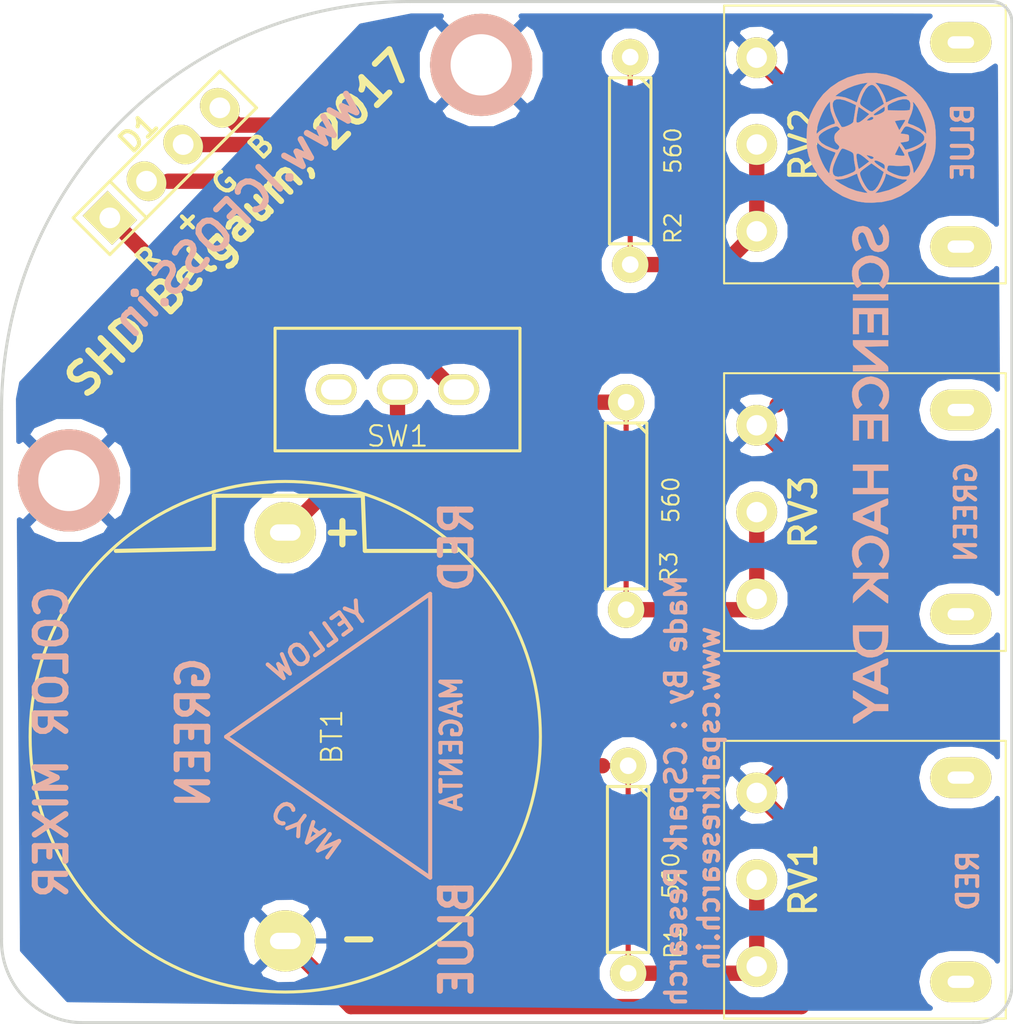
<source format=kicad_pcb>
(kicad_pcb (version 4) (host pcbnew 4.0.4+e1-6308~48~ubuntu15.10.1-stable)

  (general
    (links 22)
    (no_connects 0)
    (area 112.923749 65.924999 162.575001 116.075001)
    (thickness 1.6)
    (drawings 33)
    (tracks 64)
    (zones 0)
    (modules 12)
    (nets 11)
  )

  (page A4)
  (layers
    (0 F.Cu signal)
    (31 B.Cu signal)
    (32 B.Adhes user)
    (33 F.Adhes user)
    (34 B.Paste user)
    (35 F.Paste user)
    (36 B.SilkS user)
    (37 F.SilkS user)
    (38 B.Mask user)
    (39 F.Mask user)
    (40 Dwgs.User user)
    (41 Cmts.User user)
    (42 Eco1.User user)
    (43 Eco2.User user)
    (44 Edge.Cuts user)
    (45 Margin user)
    (46 B.CrtYd user)
    (47 F.CrtYd user)
    (48 B.Fab user)
    (49 F.Fab user)
  )

  (setup
    (last_trace_width 0.25)
    (trace_clearance 0.2)
    (zone_clearance 0.508)
    (zone_45_only no)
    (trace_min 0.2)
    (segment_width 0.2)
    (edge_width 0.15)
    (via_size 0.6)
    (via_drill 0.4)
    (via_min_size 0.4)
    (via_min_drill 0.3)
    (uvia_size 0.3)
    (uvia_drill 0.1)
    (uvias_allowed no)
    (uvia_min_size 0.2)
    (uvia_min_drill 0.1)
    (pcb_text_width 0.3)
    (pcb_text_size 1.5 1.5)
    (mod_edge_width 0.15)
    (mod_text_size 1 1)
    (mod_text_width 0.15)
    (pad_size 1.524 1.524)
    (pad_drill 0.762)
    (pad_to_mask_clearance 0.2)
    (aux_axis_origin 0 0)
    (visible_elements 7FFFFF7F)
    (pcbplotparams
      (layerselection 0x010f0_80000001)
      (usegerberextensions false)
      (excludeedgelayer true)
      (linewidth 0.150000)
      (plotframeref false)
      (viasonmask false)
      (mode 1)
      (useauxorigin false)
      (hpglpennumber 1)
      (hpglpenspeed 20)
      (hpglpendiameter 15)
      (hpglpenoverlay 2)
      (psnegative false)
      (psa4output false)
      (plotreference true)
      (plotvalue true)
      (plotinvisibletext false)
      (padsonsilk false)
      (subtractmaskfromsilk false)
      (outputformat 1)
      (mirror false)
      (drillshape 0)
      (scaleselection 1)
      (outputdirectory Gerber/))
  )

  (net 0 "")
  (net 1 "Net-(BT1-Pad1)")
  (net 2 "Net-(D1-Pad1)")
  (net 3 "Net-(D1-Pad3)")
  (net 4 "Net-(D1-Pad4)")
  (net 5 "Net-(R1-Pad2)")
  (net 6 "Net-(R2-Pad2)")
  (net 7 "Net-(R3-Pad2)")
  (net 8 "Net-(D1-Pad2)")
  (net 9 "Net-(SW1-Pad3)")
  (net 10 GND)

  (net_class Default "This is the default net class."
    (clearance 0.2)
    (trace_width 0.25)
    (via_dia 0.6)
    (via_drill 0.4)
    (uvia_dia 0.3)
    (uvia_drill 0.1)
    (add_net GND)
    (add_net "Net-(BT1-Pad1)")
    (add_net "Net-(D1-Pad1)")
    (add_net "Net-(D1-Pad2)")
    (add_net "Net-(D1-Pad3)")
    (add_net "Net-(D1-Pad4)")
    (add_net "Net-(R1-Pad2)")
    (add_net "Net-(R2-Pad2)")
    (add_net "Net-(R3-Pad2)")
    (add_net "Net-(SW1-Pad3)")
  )

  (module MyLib:bat-holder (layer F.Cu) (tedit 57A4317D) (tstamp 59CAFF1D)
    (at 126.9 102 270)
    (descr "Through hole pin header")
    (tags "pin header")
    (path /59CAFDF5)
    (fp_text reference BT1 (at 0 -2.286 270) (layer F.SilkS)
      (effects (font (size 1 1) (thickness 0.1)))
    )
    (fp_text value Battery (at 0.3 1.8 270) (layer F.SilkS) hide
      (effects (font (size 1 1) (thickness 0.1)))
    )
    (fp_circle (center 0 0) (end 12.5 0.1) (layer F.SilkS) (width 0.15))
    (pad 1 thru_hole circle (at -10 0 270) (size 3 3) (drill oval 0.8 1.5) (layers *.Cu *.Mask F.SilkS)
      (net 1 "Net-(BT1-Pad1)"))
    (pad 2 thru_hole circle (at 10 0 270) (size 3 3) (drill oval 0.8 1.5) (layers *.Cu *.Mask F.SilkS)
      (net 10 GND))
    (model "../../../../../home/jithin/KiCad Projects/MYMODS/3dpackages/battery_holders/keystone_502.wrl"
      (at (xyz 0 0 0))
      (scale (xyz 1 1 1))
      (rotate (xyz 0 0 0))
    )
  )

  (module Headers:Pin_Header_Straight_1x04 (layer F.Cu) (tedit 59CB1F3A) (tstamp 59CAFF25)
    (at 121 73.9 45)
    (descr "Through hole pin header")
    (tags "pin header")
    (path /59CAFD60)
    (fp_text reference D1 (at 0.106066 -1.944544 45) (layer F.SilkS)
      (effects (font (size 1 1) (thickness 0.2)))
    )
    (fp_text value LED_RABG (at 0.65 2.91 45) (layer F.SilkS) hide
      (effects (font (size 1.27 1.27) (thickness 0.2032)))
    )
    (fp_line (start -2.54 1.27) (end 5.08 1.27) (layer F.SilkS) (width 0.15))
    (fp_line (start -2.54 -1.27) (end 5.08 -1.27) (layer F.SilkS) (width 0.15))
    (fp_line (start -5.08 -1.27) (end -2.54 -1.27) (layer F.SilkS) (width 0.15))
    (fp_line (start 5.08 1.27) (end 5.08 -1.27) (layer F.SilkS) (width 0.15))
    (fp_line (start -2.54 -1.27) (end -2.54 1.27) (layer F.SilkS) (width 0.15))
    (fp_line (start -5.08 -1.27) (end -5.08 1.27) (layer F.SilkS) (width 0.15))
    (fp_line (start -5.08 1.27) (end -2.54 1.27) (layer F.SilkS) (width 0.15))
    (pad 1 thru_hole rect (at -3.81 0 45) (size 1.7272 2.032) (drill 1.016) (layers *.Cu *.Mask F.SilkS)
      (net 2 "Net-(D1-Pad1)"))
    (pad 2 thru_hole oval (at -1.27 0 45) (size 1.7272 2.032) (drill 1.016) (layers *.Cu *.Mask F.SilkS)
      (net 8 "Net-(D1-Pad2)"))
    (pad 3 thru_hole oval (at 1.27 0 45) (size 1.7272 2.032) (drill 1.016) (layers *.Cu *.Mask F.SilkS)
      (net 3 "Net-(D1-Pad3)"))
    (pad 4 thru_hole oval (at 3.81 0 45) (size 1.7272 2.032) (drill 1.016) (layers *.Cu *.Mask F.SilkS)
      (net 4 "Net-(D1-Pad4)"))
    (model LEDs.3dshapes/LED_D5.0mm-3.wrl
      (at (xyz -0.1 0 0))
      (scale (xyz 0.33 0.33 0.33))
      (rotate (xyz 0 0 0))
    )
  )

  (module MyLib:mySwitch-3way (layer F.Cu) (tedit 57843451) (tstamp 59CB0089)
    (at 132.4 85 180)
    (descr "Through hole pin header")
    (tags "pin header")
    (path /59CB0509)
    (fp_text reference SW1 (at 0 -2.286 180) (layer F.SilkS)
      (effects (font (size 1 1) (thickness 0.1)))
    )
    (fp_text value Switch_SPDT_x2 (at 0 0 180) (layer F.SilkS) hide
      (effects (font (size 1 1) (thickness 0.1)))
    )
    (fp_line (start -6 -3) (end -6 3) (layer F.SilkS) (width 0.15))
    (fp_line (start -6 3) (end 6 3) (layer F.SilkS) (width 0.15))
    (fp_line (start 6 3) (end 6 -3) (layer F.SilkS) (width 0.15))
    (fp_line (start 6 -3) (end -6 -3) (layer F.SilkS) (width 0.15))
    (pad 1 thru_hole oval (at -3 0 180) (size 2 1.5) (drill oval 1.5 1) (layers *.Cu *.Mask F.SilkS)
      (net 8 "Net-(D1-Pad2)"))
    (pad 2 thru_hole oval (at 0 0 180) (size 2 1.5) (drill oval 1.5 1) (layers *.Cu *.Mask F.SilkS)
      (net 1 "Net-(BT1-Pad1)"))
    (pad 3 thru_hole oval (at 3 0 180) (size 2 1.5) (drill oval 1.5 1) (layers *.Cu *.Mask F.SilkS)
      (net 9 "Net-(SW1-Pad3)"))
    (model unused_3d.3dshapes/Device.switch_slide_straight_terminal.wrl
      (at (xyz 0 0 0))
      (scale (xyz 0.5 0.5 0.5))
      (rotate (xyz 0 0 0))
    )
  )

  (module MyLib:R4-TH-SMD (layer F.Cu) (tedit 59CB014F) (tstamp 59CB022B)
    (at 143.7 108.5 270)
    (descr "Resitance 4 pas")
    (tags R)
    (path /59CAFE7A)
    (fp_text reference R1 (at 3.6 -2.2 270) (layer F.SilkS)
      (effects (font (size 0.8 0.8) (thickness 0.1)))
    )
    (fp_text value 560 (at 0.3 -2.1 270) (layer F.SilkS)
      (effects (font (size 0.8 0.8) (thickness 0.1)))
    )
    (fp_line (start -5.08 0) (end -4.064 0) (layer F.SilkS) (width 0.15))
    (fp_line (start -4.064 0) (end -4.064 -1.016) (layer F.SilkS) (width 0.15))
    (fp_line (start -4.064 -1.016) (end 4.064 -1.016) (layer F.SilkS) (width 0.15))
    (fp_line (start 4.064 -1.016) (end 4.064 1.016) (layer F.SilkS) (width 0.15))
    (fp_line (start 4.064 1.016) (end -4.064 1.016) (layer F.SilkS) (width 0.15))
    (fp_line (start -4.064 1.016) (end -4.064 0) (layer F.SilkS) (width 0.15))
    (fp_line (start -4.064 -0.508) (end -3.556 -1.016) (layer F.SilkS) (width 0.15))
    (fp_line (start 5.08 0) (end 4.064 0) (layer F.SilkS) (width 0.15))
    (pad 1 thru_hole circle (at -5.08 0 270) (size 1.778 1.778) (drill 0.8128) (layers *.Cu *.Mask F.SilkS)
      (net 2 "Net-(D1-Pad1)"))
    (pad 2 thru_hole circle (at 5.08 0 270) (size 1.778 1.778) (drill 0.8128) (layers *.Cu *.Mask F.SilkS)
      (net 5 "Net-(R1-Pad2)"))
    (pad 1 smd rect (at -2 0 270) (size 2 1.524) (layers F.Cu F.Paste F.Mask)
      (net 2 "Net-(D1-Pad1)"))
    (pad 2 smd rect (at 2 0 270) (size 2 1.524) (layers F.Cu F.Paste F.Mask)
      (net 5 "Net-(R1-Pad2)"))
    (model Discret.3dshapes/R4-LARGE_PADS.wrl
      (at (xyz 0 0 0))
      (scale (xyz 0.4 0.4 0.4))
      (rotate (xyz 0 0 0))
    )
  )

  (module MyLib:R4-TH-SMD (layer F.Cu) (tedit 59CB014F) (tstamp 59CB023A)
    (at 143.8 73.8 270)
    (descr "Resitance 4 pas")
    (tags R)
    (path /59CB006D)
    (fp_text reference R2 (at 3.3 -2.1 270) (layer F.SilkS)
      (effects (font (size 0.8 0.8) (thickness 0.1)))
    )
    (fp_text value 560 (at -0.5 -2.1 270) (layer F.SilkS)
      (effects (font (size 0.8 0.8) (thickness 0.1)))
    )
    (fp_line (start -5.08 0) (end -4.064 0) (layer F.SilkS) (width 0.15))
    (fp_line (start -4.064 0) (end -4.064 -1.016) (layer F.SilkS) (width 0.15))
    (fp_line (start -4.064 -1.016) (end 4.064 -1.016) (layer F.SilkS) (width 0.15))
    (fp_line (start 4.064 -1.016) (end 4.064 1.016) (layer F.SilkS) (width 0.15))
    (fp_line (start 4.064 1.016) (end -4.064 1.016) (layer F.SilkS) (width 0.15))
    (fp_line (start -4.064 1.016) (end -4.064 0) (layer F.SilkS) (width 0.15))
    (fp_line (start -4.064 -0.508) (end -3.556 -1.016) (layer F.SilkS) (width 0.15))
    (fp_line (start 5.08 0) (end 4.064 0) (layer F.SilkS) (width 0.15))
    (pad 1 thru_hole circle (at -5.08 0 270) (size 1.778 1.778) (drill 0.8128) (layers *.Cu *.Mask F.SilkS)
      (net 4 "Net-(D1-Pad4)"))
    (pad 2 thru_hole circle (at 5.08 0 270) (size 1.778 1.778) (drill 0.8128) (layers *.Cu *.Mask F.SilkS)
      (net 6 "Net-(R2-Pad2)"))
    (pad 1 smd rect (at -2 0 270) (size 2 1.524) (layers F.Cu F.Paste F.Mask)
      (net 4 "Net-(D1-Pad4)"))
    (pad 2 smd rect (at 2 0 270) (size 2 1.524) (layers F.Cu F.Paste F.Mask)
      (net 6 "Net-(R2-Pad2)"))
    (model Discret.3dshapes/R4-LARGE_PADS.wrl
      (at (xyz 0 0 0))
      (scale (xyz 0.4 0.4 0.4))
      (rotate (xyz 0 0 0))
    )
  )

  (module MyLib:R4-TH-SMD (layer F.Cu) (tedit 59CB014F) (tstamp 59CB0249)
    (at 143.6 90.7 270)
    (descr "Resitance 4 pas")
    (tags R)
    (path /59CB009A)
    (fp_text reference R3 (at 3 -2.1 270) (layer F.SilkS)
      (effects (font (size 0.8 0.8) (thickness 0.1)))
    )
    (fp_text value 560 (at -0.3 -2.2 270) (layer F.SilkS)
      (effects (font (size 0.8 0.8) (thickness 0.1)))
    )
    (fp_line (start -5.08 0) (end -4.064 0) (layer F.SilkS) (width 0.15))
    (fp_line (start -4.064 0) (end -4.064 -1.016) (layer F.SilkS) (width 0.15))
    (fp_line (start -4.064 -1.016) (end 4.064 -1.016) (layer F.SilkS) (width 0.15))
    (fp_line (start 4.064 -1.016) (end 4.064 1.016) (layer F.SilkS) (width 0.15))
    (fp_line (start 4.064 1.016) (end -4.064 1.016) (layer F.SilkS) (width 0.15))
    (fp_line (start -4.064 1.016) (end -4.064 0) (layer F.SilkS) (width 0.15))
    (fp_line (start -4.064 -0.508) (end -3.556 -1.016) (layer F.SilkS) (width 0.15))
    (fp_line (start 5.08 0) (end 4.064 0) (layer F.SilkS) (width 0.15))
    (pad 1 thru_hole circle (at -5.08 0 270) (size 1.778 1.778) (drill 0.8128) (layers *.Cu *.Mask F.SilkS)
      (net 3 "Net-(D1-Pad3)"))
    (pad 2 thru_hole circle (at 5.08 0 270) (size 1.778 1.778) (drill 0.8128) (layers *.Cu *.Mask F.SilkS)
      (net 7 "Net-(R3-Pad2)"))
    (pad 1 smd rect (at -2 0 270) (size 2 1.524) (layers F.Cu F.Paste F.Mask)
      (net 3 "Net-(D1-Pad3)"))
    (pad 2 smd rect (at 2 0 270) (size 2 1.524) (layers F.Cu F.Paste F.Mask)
      (net 7 "Net-(R3-Pad2)"))
    (model Discret.3dshapes/R4-LARGE_PADS.wrl
      (at (xyz 0 0 0))
      (scale (xyz 0.4 0.4 0.4))
      (rotate (xyz 0 0 0))
    )
  )

  (module MyLib:my-slider-pot (layer F.Cu) (tedit 59CB036C) (tstamp 59CB043E)
    (at 150 109 270)
    (descr "Through hole pin header")
    (tags "pin header")
    (path /59CAFED1)
    (fp_text reference RV1 (at 0 -2.286 270) (layer F.SilkS)
      (effects (font (size 1.27 1.27) (thickness 0.2032)))
    )
    (fp_text value 10K (at 0.2 2.4 270) (layer F.SilkS) hide
      (effects (font (size 1.27 1.27) (thickness 0.2032)))
    )
    (fp_line (start -6.6 -12.2) (end 6.8 -12.2) (layer F.SilkS) (width 0.1))
    (fp_line (start 6.8 -12.2) (end 6.8 1.6) (layer F.SilkS) (width 0.1))
    (fp_line (start 6.8 1.6) (end -6.8 1.6) (layer F.SilkS) (width 0.1))
    (fp_line (start -6.8 1.6) (end -6.8 -12.2) (layer F.SilkS) (width 0.1))
    (fp_line (start -6.8 -12.2) (end -6.6 -12.2) (layer F.SilkS) (width 0.1))
    (pad 1 thru_hole circle (at -4.25 0 270) (size 2 2) (drill 1) (layers *.Cu *.Mask F.SilkS)
      (net 10 GND))
    (pad 2 thru_hole circle (at 0 0 270) (size 2 2) (drill 1) (layers *.Cu *.Mask F.SilkS)
      (net 5 "Net-(R1-Pad2)"))
    (pad 3 thru_hole circle (at 4.25 0 270) (size 2 2) (drill 1) (layers *.Cu *.Mask F.SilkS)
      (net 5 "Net-(R1-Pad2)"))
    (pad 4 thru_hole oval (at 5 -10 270) (size 2 3) (drill oval 0.6 1.3) (layers *.Cu *.Mask F.SilkS))
    (pad 5 thru_hole oval (at -5 -10 270) (size 2 3) (drill oval 0.6 1.3) (layers *.Cu *.Mask F.SilkS))
    (model Pin_Headers/Pin_Header_Straight_1x04.wrl
      (at (xyz 0 0 0))
      (scale (xyz 1 1 1))
      (rotate (xyz 0 0 0))
    )
  )

  (module MyLib:my-slider-pot (layer F.Cu) (tedit 59CB036C) (tstamp 59CB0458)
    (at 150 73 270)
    (descr "Through hole pin header")
    (tags "pin header")
    (path /59CB017D)
    (fp_text reference RV2 (at 0 -2.286 270) (layer F.SilkS)
      (effects (font (size 1.27 1.27) (thickness 0.2032)))
    )
    (fp_text value 10K (at 0.2 2.4 270) (layer F.SilkS) hide
      (effects (font (size 1.27 1.27) (thickness 0.2032)))
    )
    (fp_line (start -6.6 -12.2) (end 6.8 -12.2) (layer F.SilkS) (width 0.1))
    (fp_line (start 6.8 -12.2) (end 6.8 1.6) (layer F.SilkS) (width 0.1))
    (fp_line (start 6.8 1.6) (end -6.8 1.6) (layer F.SilkS) (width 0.1))
    (fp_line (start -6.8 1.6) (end -6.8 -12.2) (layer F.SilkS) (width 0.1))
    (fp_line (start -6.8 -12.2) (end -6.6 -12.2) (layer F.SilkS) (width 0.1))
    (pad 1 thru_hole circle (at -4.25 0 270) (size 2 2) (drill 1) (layers *.Cu *.Mask F.SilkS)
      (net 10 GND))
    (pad 2 thru_hole circle (at 0 0 270) (size 2 2) (drill 1) (layers *.Cu *.Mask F.SilkS)
      (net 6 "Net-(R2-Pad2)"))
    (pad 3 thru_hole circle (at 4.25 0 270) (size 2 2) (drill 1) (layers *.Cu *.Mask F.SilkS)
      (net 6 "Net-(R2-Pad2)"))
    (pad 4 thru_hole oval (at 5 -10 270) (size 2 3) (drill oval 0.6 1.3) (layers *.Cu *.Mask F.SilkS))
    (pad 5 thru_hole oval (at -5 -10 270) (size 2 3) (drill oval 0.6 1.3) (layers *.Cu *.Mask F.SilkS))
    (model Pin_Headers/Pin_Header_Straight_1x04.wrl
      (at (xyz 0 0 0))
      (scale (xyz 1 1 1))
      (rotate (xyz 0 0 0))
    )
  )

  (module MyLib:my-slider-pot (layer F.Cu) (tedit 59CB036C) (tstamp 59CB0466)
    (at 150 91 270)
    (descr "Through hole pin header")
    (tags "pin header")
    (path /59CB01C6)
    (fp_text reference RV3 (at 0 -2.286 270) (layer F.SilkS)
      (effects (font (size 1.27 1.27) (thickness 0.2032)))
    )
    (fp_text value 10K (at 0.2 2.4 270) (layer F.SilkS) hide
      (effects (font (size 1.27 1.27) (thickness 0.2032)))
    )
    (fp_line (start -6.6 -12.2) (end 6.8 -12.2) (layer F.SilkS) (width 0.1))
    (fp_line (start 6.8 -12.2) (end 6.8 1.6) (layer F.SilkS) (width 0.1))
    (fp_line (start 6.8 1.6) (end -6.8 1.6) (layer F.SilkS) (width 0.1))
    (fp_line (start -6.8 1.6) (end -6.8 -12.2) (layer F.SilkS) (width 0.1))
    (fp_line (start -6.8 -12.2) (end -6.6 -12.2) (layer F.SilkS) (width 0.1))
    (pad 1 thru_hole circle (at -4.25 0 270) (size 2 2) (drill 1) (layers *.Cu *.Mask F.SilkS)
      (net 10 GND))
    (pad 2 thru_hole circle (at 0 0 270) (size 2 2) (drill 1) (layers *.Cu *.Mask F.SilkS)
      (net 7 "Net-(R3-Pad2)"))
    (pad 3 thru_hole circle (at 4.25 0 270) (size 2 2) (drill 1) (layers *.Cu *.Mask F.SilkS)
      (net 7 "Net-(R3-Pad2)"))
    (pad 4 thru_hole oval (at 5 -10 270) (size 2 3) (drill oval 0.6 1.3) (layers *.Cu *.Mask F.SilkS))
    (pad 5 thru_hole oval (at -5 -10 270) (size 2 3) (drill oval 0.6 1.3) (layers *.Cu *.Mask F.SilkS))
    (model Pin_Headers/Pin_Header_Straight_1x04.wrl
      (at (xyz 0 0 0))
      (scale (xyz 1 1 1))
      (rotate (xyz 0 0 0))
    )
  )

  (module MyLib:MountingHole-3mm (layer F.Cu) (tedit 55740E53) (tstamp 59CB1FCE)
    (at 116.3 89.45)
    (descr "Mounting hole, Befestigungsbohrung, 2,5mm, No Annular, Kein Restring,")
    (tags "Mounting hole, Befestigungsbohrung, 2,5mm, No Annular, Kein Restring,")
    (path /59CB0E33)
    (fp_text reference mh1 (at -0.1 -0.5) (layer F.SilkS) hide
      (effects (font (thickness 0.3048)))
    )
    (fp_text value MH (at 1.5 -0.85) (layer F.SilkS) hide
      (effects (font (thickness 0.3048)))
    )
    (pad 1 thru_hole circle (at 0 0) (size 5 5) (drill 3) (layers *.Cu *.SilkS *.Mask)
      (net 10 GND))
  )

  (module MyLib:MountingHole-3mm (layer F.Cu) (tedit 55740E53) (tstamp 59CB1FD3)
    (at 136.5 69.1)
    (descr "Mounting hole, Befestigungsbohrung, 2,5mm, No Annular, Kein Restring,")
    (tags "Mounting hole, Befestigungsbohrung, 2,5mm, No Annular, Kein Restring,")
    (path /59CB212D)
    (fp_text reference mh2 (at -0.1 -0.5) (layer F.SilkS) hide
      (effects (font (thickness 0.3048)))
    )
    (fp_text value MH (at 1.5 -0.85) (layer F.SilkS) hide
      (effects (font (thickness 0.3048)))
    )
    (pad 1 thru_hole circle (at 0 0) (size 5 5) (drill 3) (layers *.Cu *.SilkS *.Mask)
      (net 10 GND))
  )

  (module Color-Mixer-PCB:logo (layer B.Cu) (tedit 0) (tstamp 59D08189)
    (at 155.6 85.8 270)
    (fp_text reference G*** (at 0 0 270) (layer B.SilkS) hide
      (effects (font (thickness 0.3)) (justify mirror))
    )
    (fp_text value LOGO (at 0.75 0 270) (layer B.SilkS) hide
      (effects (font (thickness 0.3)) (justify mirror))
    )
    (fp_poly (pts (xy -12.778298 3.144187) (xy -12.487832 3.112105) (xy -12.223456 3.050911) (xy -11.956691 2.954285)
      (xy -11.705167 2.838776) (xy -11.266296 2.576874) (xy -10.880593 2.250218) (xy -10.552225 1.863099)
      (xy -10.285357 1.419808) (xy -10.243764 1.3335) (xy -10.100355 0.984588) (xy -10.008388 0.653716)
      (xy -9.96053 0.306957) (xy -9.949059 -0.029866) (xy -9.984892 -0.541798) (xy -10.092536 -1.01402)
      (xy -10.274752 -1.452739) (xy -10.534301 -1.864163) (xy -10.873942 -2.2545) (xy -10.986993 -2.363873)
      (xy -11.304243 -2.61895) (xy -11.667855 -2.842397) (xy -12.048409 -3.017942) (xy -12.338478 -3.11125)
      (xy -12.560999 -3.149377) (xy -12.839256 -3.170194) (xy -13.146185 -3.17406) (xy -13.454717 -3.161336)
      (xy -13.737789 -3.132381) (xy -13.960284 -3.089694) (xy -14.406741 -2.930327) (xy -14.829854 -2.696782)
      (xy -15.218809 -2.398613) (xy -15.54586 -2.062759) (xy -14.884398 -2.062759) (xy -14.838013 -2.108322)
      (xy -14.773036 -2.163263) (xy -14.589076 -2.292056) (xy -14.355314 -2.418886) (xy -14.09628 -2.533732)
      (xy -13.836501 -2.626576) (xy -13.60051 -2.6874) (xy -13.443497 -2.706317) (xy -13.31916 -2.709333)
      (xy -13.340476 -2.686144) (xy -12.882157 -2.686144) (xy -12.867257 -2.706392) (xy -12.825826 -2.709333)
      (xy -12.735775 -2.698915) (xy -12.598179 -2.671958) (xy -12.480447 -2.643789) (xy -12.105464 -2.520085)
      (xy -11.761555 -2.355374) (xy -11.572232 -2.23493) (xy -11.377977 -2.0955) (xy -11.605072 -2.062671)
      (xy -11.767612 -2.025742) (xy -11.957892 -1.963386) (xy -12.101099 -1.904111) (xy -12.261815 -1.835977)
      (xy -11.776099 -1.835977) (xy -11.745817 -1.884585) (xy -11.662833 -1.91089) (xy -11.483274 -1.924591)
      (xy -11.337643 -1.885317) (xy -11.267614 -1.828599) (xy -11.22979 -1.720702) (xy -11.231692 -1.558179)
      (xy -11.270532 -1.359623) (xy -11.343522 -1.143626) (xy -11.384228 -1.051041) (xy -11.45362 -0.908082)
      (xy -11.503297 -0.827178) (xy -11.549107 -0.793547) (xy -11.606896 -0.792408) (xy -11.652446 -0.800872)
      (xy -11.739562 -0.824822) (xy -11.7744 -0.866957) (xy -11.77391 -0.955652) (xy -11.769299 -0.996508)
      (xy -11.752899 -1.221761) (xy -11.75112 -1.467976) (xy -11.76395 -1.688832) (xy -11.769511 -1.735186)
      (xy -11.776099 -1.835977) (xy -12.261815 -1.835977) (xy -12.272006 -1.831657) (xy -12.380682 -1.805126)
      (xy -12.435389 -1.823548) (xy -12.446 -1.863577) (xy -12.467757 -1.966907) (xy -12.524438 -2.113259)
      (xy -12.603154 -2.27578) (xy -12.691021 -2.427613) (xy -12.767138 -2.532775) (xy -12.850465 -2.633327)
      (xy -12.882157 -2.686144) (xy -13.340476 -2.686144) (xy -13.426176 -2.592916) (xy -13.606756 -2.346845)
      (xy -13.740745 -2.063519) (xy -13.758313 -2.010833) (xy -13.797763 -1.897442) (xy -13.832147 -1.820791)
      (xy -13.839824 -1.809573) (xy -13.890425 -1.809096) (xy -13.991162 -1.84103) (xy -14.085633 -1.882271)
      (xy -14.320137 -1.980116) (xy -14.540358 -2.043848) (xy -14.724661 -2.068053) (xy -14.804581 -2.062236)
      (xy -14.872002 -2.051407) (xy -14.884398 -2.062759) (xy -15.54586 -2.062759) (xy -15.562789 -2.045375)
      (xy -15.850978 -1.646626) (xy -16.064917 -1.23034) (xy -16.220093 -0.754942) (xy -16.295802 -0.270367)
      (xy -16.295732 -0.19808) (xy -15.829549 -0.19808) (xy -15.805292 -0.363623) (xy -15.69372 -0.836118)
      (xy -15.502054 -1.288932) (xy -15.308776 -1.608666) (xy -15.177275 -1.799166) (xy -15.151206 -1.565985)
      (xy -15.019502 -1.565985) (xy -15.014061 -1.74075) (xy -14.953733 -1.861708) (xy -14.839477 -1.924515)
      (xy -14.673792 -1.925085) (xy -14.568927 -1.910334) (xy -14.504458 -1.905034) (xy -14.483043 -1.871978)
      (xy -14.469715 -1.769363) (xy -14.469076 -1.749131) (xy -13.688051 -1.749131) (xy -13.668175 -1.850631)
      (xy -13.611463 -1.998326) (xy -13.534469 -2.172496) (xy -13.414966 -2.39982) (xy -13.29629 -2.545535)
      (xy -13.174558 -2.612567) (xy -13.045885 -2.603844) (xy -12.992932 -2.580513) (xy -12.918865 -2.517598)
      (xy -12.834849 -2.414557) (xy -12.811325 -2.379366) (xy -12.740231 -2.250767) (xy -12.671405 -2.099584)
      (xy -12.611807 -1.945521) (xy -12.568399 -1.808278) (xy -12.54814 -1.707558) (xy -12.557992 -1.663061)
      (xy -12.558221 -1.662981) (xy -12.618166 -1.630003) (xy -12.713596 -1.565737) (xy -12.746636 -1.541758)
      (xy -12.8905 -1.435386) (xy -12.925479 -1.649026) (xy -12.948792 -1.774456) (xy -12.978167 -1.837643)
      (xy -13.033149 -1.859933) (xy -13.121109 -1.862666) (xy -13.21675 -1.85903) (xy -13.267509 -1.833655)
      (xy -13.292919 -1.764844) (xy -13.309527 -1.653343) (xy -13.337295 -1.444019) (xy -13.523818 -1.558093)
      (xy -13.616156 -1.619232) (xy -13.670806 -1.677455) (xy -13.688051 -1.749131) (xy -14.469076 -1.749131)
      (xy -14.464451 -1.602952) (xy -14.009196 -1.602952) (xy -14.00495 -1.671296) (xy -13.970375 -1.673908)
      (xy -13.917083 -1.642712) (xy -13.819847 -1.582123) (xy -13.694799 -1.505445) (xy -13.658896 -1.483635)
      (xy -13.495958 -1.384918) (xy -13.498126 -1.383861) (xy -12.748472 -1.383861) (xy -12.501986 -1.53061)
      (xy -12.371568 -1.606429) (xy -12.296565 -1.641563) (xy -12.260375 -1.639843) (xy -12.246393 -1.605102)
      (xy -12.244211 -1.590096) (xy -12.244738 -1.492144) (xy -12.260406 -1.361266) (xy -12.265378 -1.3335)
      (xy -12.297833 -1.164166) (xy -12.523153 -1.274014) (xy -12.748472 -1.383861) (xy -13.498126 -1.383861)
      (xy -13.722396 -1.274542) (xy -13.948833 -1.164166) (xy -13.977446 -1.3335) (xy -13.997076 -1.470001)
      (xy -14.008494 -1.587599) (xy -14.009196 -1.602952) (xy -14.464451 -1.602952) (xy -14.464106 -1.592074)
      (xy -14.465336 -1.365284) (xy -14.473839 -0.8255) (xy -14.603856 -0.812164) (xy -14.674166 -0.810585)
      (xy -14.725868 -0.833845) (xy -14.774712 -0.897827) (xy -14.836446 -1.018414) (xy -14.861893 -1.072401)
      (xy -14.969098 -1.341754) (xy -15.019502 -1.565985) (xy -15.151206 -1.565985) (xy -15.148096 -1.538171)
      (xy -15.09922 -1.303893) (xy -15.011543 -1.063068) (xy -14.988959 -1.015243) (xy -14.915662 -0.866778)
      (xy -14.876307 -0.778744) (xy -14.867915 -0.735383) (xy -14.878223 -0.727779) (xy -11.375316 -0.727779)
      (xy -11.233842 -1.051806) (xy -11.135934 -1.314712) (xy -11.094017 -1.530001) (xy -11.09185 -1.583477)
      (xy -11.089359 -1.704608) (xy -11.077468 -1.755384) (xy -11.04835 -1.750101) (xy -11.015662 -1.72264)
      (xy -10.961717 -1.654788) (xy -10.883754 -1.533522) (xy -10.795765 -1.381084) (xy -10.765196 -1.324495)
      (xy -10.567572 -0.878249) (xy -10.452273 -0.439126) (xy -10.441125 -0.367539) (xy -10.418389 -0.205911)
      (xy -10.548949 -0.333557) (xy -10.682038 -0.437025) (xy -10.86272 -0.544142) (xy -11.056706 -0.637015)
      (xy -11.229707 -0.697751) (xy -11.260365 -0.704789) (xy -11.375316 -0.727779) (xy -14.878223 -0.727779)
      (xy -14.887506 -0.720932) (xy -14.932101 -0.719633) (xy -14.933083 -0.719633) (xy -15.031162 -0.697633)
      (xy -15.138912 -0.654359) (xy -14.647333 -0.654359) (xy -14.610736 -0.670884) (xy -14.530917 -0.676823)
      (xy -14.45947 -0.665394) (xy -14.402935 -0.619852) (xy -14.343931 -0.522197) (xy -14.306131 -0.44405)
      (xy -14.253055 -0.311669) (xy -14.228627 -0.214372) (xy -12.021206 -0.214372) (xy -12.003386 -0.298448)
      (xy -11.943993 -0.437415) (xy -11.941887 -0.441857) (xy -11.873179 -0.574071) (xy -11.815943 -0.644796)
      (xy -11.752665 -0.672096) (xy -11.71575 -0.675064) (xy -11.631232 -0.668853) (xy -11.599333 -0.652312)
      (xy -11.621946 -0.607829) (xy -11.681523 -0.513977) (xy -11.765678 -0.390184) (xy -11.774842 -0.377086)
      (xy -11.877955 -0.240435) (xy -11.949336 -0.172178) (xy -11.996294 -0.165585) (xy -12.000978 -0.1689)
      (xy -12.021206 -0.214372) (xy -14.228627 -0.214372) (xy -14.226712 -0.206745) (xy -14.229746 -0.160036)
      (xy -14.267506 -0.124824) (xy -14.278497 -0.128225) (xy -14.333114 -0.198533) (xy -14.410059 -0.303779)
      (xy -14.494636 -0.422999) (xy -14.572148 -0.535228) (xy -14.627898 -0.619502) (xy -14.647333 -0.654359)
      (xy -15.138912 -0.654359) (xy -15.174678 -0.639995) (xy -15.339384 -0.55917) (xy -15.501034 -0.467608)
      (xy -15.635379 -0.377759) (xy -15.693524 -0.329151) (xy -15.829549 -0.19808) (xy -16.295732 -0.19808)
      (xy -16.295535 0.003004) (xy -15.716425 0.003004) (xy -15.708519 -0.100819) (xy -15.636437 -0.201969)
      (xy -15.498295 -0.313023) (xy -15.310145 -0.423239) (xy -15.088039 -0.521877) (xy -15.067981 -0.52943)
      (xy -14.93164 -0.580108) (xy -14.832386 -0.61712) (xy -14.790968 -0.632726) (xy -14.790812 -0.632794)
      (xy -14.767446 -0.601132) (xy -14.709743 -0.515236) (xy -14.629094 -0.392128) (xy -14.609045 -0.361188)
      (xy -14.51942 -0.227133) (xy -14.443871 -0.122296) (xy -14.396583 -0.066195) (xy -14.392206 -0.062803)
      (xy -14.392956 -0.054406) (xy -14.156756 -0.054406) (xy -14.154426 -0.064064) (xy -14.108104 -0.122165)
      (xy -14.050773 -0.098962) (xy -14.013823 -0.045116) (xy -13.978148 0.065807) (xy -13.971338 0.134801)
      (xy -13.975181 0.195914) (xy -13.995616 0.200445) (xy -14.049621 0.145308) (xy -14.075626 0.115853)
      (xy -14.137462 0.023032) (xy -14.156756 -0.054406) (xy -14.392956 -0.054406) (xy -14.396089 -0.019376)
      (xy -14.44076 0.075249) (xy -14.517455 0.203618) (xy -14.552806 0.257072) (xy -14.652976 0.401189)
      (xy -14.723302 0.487304) (xy -14.779816 0.528572) (xy -14.838551 0.538151) (xy -14.889166 0.533105)
      (xy -14.996328 0.505005) (xy -15.146093 0.449934) (xy -15.304645 0.380454) (xy -15.51383 0.259357)
      (xy -15.652712 0.131608) (xy -15.716425 0.003004) (xy -16.295535 0.003004) (xy -16.295385 0.155747)
      (xy -15.829549 0.155747) (xy -15.693524 0.284977) (xy -15.561801 0.39111) (xy -15.412865 0.485806)
      (xy -15.388167 0.49872) (xy -15.230967 0.568116) (xy -15.105983 0.613834) (xy -14.65007 0.613834)
      (xy -14.2875 0.083526) (xy -14.151159 0.232834) (xy -12.284793 0.232834) (xy -12.254585 0.084667)
      (xy -12.213924 -0.061138) (xy -12.168874 -0.129392) (xy -12.122462 -0.117532) (xy -12.088988 -0.055586)
      (xy -12.093788 -0.017685) (xy -11.878841 -0.017685) (xy -11.451167 -0.623109) (xy -11.185341 -0.528024)
      (xy -11.013965 -0.458426) (xy -10.846886 -0.377212) (xy -10.749733 -0.320583) (xy -10.594619 -0.195136)
      (xy -10.521233 -0.075606) (xy -10.527385 0.043324) (xy -10.569107 0.11764) (xy -10.658285 0.201263)
      (xy -10.801784 0.298165) (xy -10.973815 0.394223) (xy -11.148591 0.475311) (xy -11.300324 0.527307)
      (xy -11.328388 0.533503) (xy -11.39612 0.540891) (xy -11.452218 0.524742) (xy -11.512959 0.472489)
      (xy -11.594621 0.371564) (xy -11.669225 0.270343) (xy -11.878841 -0.017685) (xy -12.093788 -0.017685)
      (xy -12.099983 0.031217) (xy -12.173188 0.12433) (xy -12.284793 0.232834) (xy -14.151159 0.232834)
      (xy -14.090732 0.299008) (xy -13.987264 0.423816) (xy -13.909052 0.539531) (xy -13.874352 0.617079)
      (xy -13.874278 0.618635) (xy -12.353187 0.618635) (xy -12.293322 0.495029) (xy -12.167884 0.325083)
      (xy -12.165474 0.322151) (xy -11.969614 0.084243) (xy -11.785602 0.327872) (xy -11.695327 0.450497)
      (xy -11.629347 0.546028) (xy -11.600758 0.595426) (xy -11.600461 0.597047) (xy -11.637948 0.614966)
      (xy -11.735931 0.639575) (xy -11.87095 0.666605) (xy -11.990432 0.686852) (xy -11.374705 0.686852)
      (xy -11.201269 0.634992) (xy -10.978139 0.55229) (xy -10.76872 0.446269) (xy -10.601163 0.332166)
      (xy -10.544204 0.279358) (xy -10.473639 0.206698) (xy -10.432835 0.170307) (xy -10.430449 0.169334)
      (xy -10.428522 0.206371) (xy -10.437614 0.29832) (xy -10.441592 0.328084) (xy -10.529621 0.721217)
      (xy -10.677841 1.118362) (xy -10.872183 1.484838) (xy -10.968792 1.62759) (xy -11.091333 1.79468)
      (xy -11.09185 1.56409) (xy -11.10887 1.381906) (xy -11.164131 1.183514) (xy -11.233536 1.010176)
      (xy -11.374705 0.686852) (xy -11.990432 0.686852) (xy -12.019549 0.691786) (xy -12.158267 0.710849)
      (xy -12.263646 0.719524) (xy -12.274238 0.719667) (xy -12.346989 0.694111) (xy -12.353187 0.618635)
      (xy -13.874278 0.618635) (xy -13.870947 0.688328) (xy -13.913619 0.715025) (xy -13.986454 0.717691)
      (xy -14.099593 0.708547) (xy -14.256585 0.686919) (xy -14.384119 0.664774) (xy -14.65007 0.613834)
      (xy -15.105983 0.613834) (xy -15.063844 0.629248) (xy -15.038917 0.636985) (xy -14.930761 0.671343)
      (xy -14.86661 0.695677) (xy -14.859 0.700857) (xy -14.876341 0.740812) (xy -14.921948 0.836353)
      (xy -14.986202 0.967349) (xy -14.990649 0.976318) (xy -15.099827 1.25893) (xy -15.145366 1.496063)
      (xy -15.147842 1.52337) (xy -15.01861 1.52337) (xy -14.968487 1.299179) (xy -14.86245 1.029875)
      (xy -14.727284 0.736628) (xy -14.359225 0.79535) (xy -14.182211 0.823842) (xy -14.029618 0.848854)
      (xy -13.926556 0.866255) (xy -13.9065 0.869844) (xy -13.850642 0.913712) (xy -13.786105 1.010949)
      (xy -13.723694 1.136779) (xy -13.674214 1.266431) (xy -13.648471 1.375129) (xy -13.650758 1.391502)
      (xy -12.604594 1.391502) (xy -12.589978 1.322315) (xy -12.544724 1.203271) (xy -12.527133 1.15987)
      (xy -12.460015 1.003737) (xy -12.403972 0.9107) (xy -12.341362 0.864211) (xy -12.254545 0.847718)
      (xy -12.192 0.845468) (xy -12.067251 0.835066) (xy -11.903435 0.810942) (xy -11.789833 0.789364)
      (xy -11.660636 0.763737) (xy -11.571285 0.759781) (xy -11.50676 0.789293) (xy -11.45204 0.864069)
      (xy -11.392105 0.995907) (xy -11.330375 1.150221) (xy -11.24441 1.414119) (xy -11.218783 1.619743)
      (xy -11.253274 1.766642) (xy -11.347665 1.854366) (xy -11.501736 1.882464) (xy -11.675447 1.860031)
      (xy -11.819643 1.816193) (xy -12.005247 1.744081) (xy -12.203581 1.656532) (xy -12.385971 1.566379)
      (xy -12.52374 1.486457) (xy -12.547903 1.46954) (xy -12.590071 1.433141) (xy -12.604594 1.391502)
      (xy -13.650758 1.391502) (xy -13.657268 1.438102) (xy -13.658227 1.439071) (xy -13.711397 1.475324)
      (xy -13.817449 1.538424) (xy -13.954535 1.61542) (xy -13.97 1.623871) (xy -14.089312 1.681072)
      (xy -13.687812 1.681072) (xy -13.668008 1.628738) (xy -13.642991 1.59816) (xy -13.585389 1.540715)
      (xy -13.560676 1.524) (xy -13.525936 1.552509) (xy -13.45646 1.62424) (xy -13.423402 1.660622)
      (xy -13.323556 1.753051) (xy -13.219749 1.791529) (xy -13.123333 1.797243) (xy -12.991376 1.784079)
      (xy -12.893811 1.731079) (xy -12.822845 1.660152) (xy -12.740549 1.576608) (xy -12.683046 1.550287)
      (xy -12.624365 1.570655) (xy -12.615511 1.576048) (xy -12.563634 1.611246) (xy -12.539531 1.648489)
      (xy -12.543567 1.70823) (xy -12.57611 1.810923) (xy -12.621952 1.935162) (xy -12.745456 2.219471)
      (xy -12.872962 2.420641) (xy -13.004069 2.538264) (xy -13.138375 2.57193) (xy -13.226007 2.549143)
      (xy -13.318622 2.473675) (xy -13.422241 2.335795) (xy -13.525009 2.154613) (xy -13.615074 1.94924)
      (xy -13.638286 1.884462) (xy -13.678056 1.757096) (xy -13.687812 1.681072) (xy -14.089312 1.681072)
      (xy -14.200254 1.73426) (xy -14.429637 1.817626) (xy -14.63676 1.86775) (xy -14.800237 1.878414)
      (xy -14.831248 1.874287) (xy -14.949832 1.815194) (xy -15.012339 1.696799) (xy -15.01861 1.52337)
      (xy -15.147842 1.52337) (xy -15.168435 1.750468) (xy -15.270193 1.626651) (xy -15.418707 1.407408)
      (xy -15.558685 1.130493) (xy -15.679076 0.822863) (xy -15.76883 0.511474) (xy -15.805292 0.321291)
      (xy -15.829549 0.155747) (xy -16.295385 0.155747) (xy -16.295327 0.214628) (xy -16.221946 0.69129)
      (xy -16.078941 1.150862) (xy -15.869591 1.584591) (xy -15.597178 1.98372) (xy -15.571861 2.010834)
      (xy -14.906995 2.010834) (xy -14.681914 2.007281) (xy -14.445133 1.974067) (xy -14.174357 1.878588)
      (xy -14.161677 1.873013) (xy -13.990445 1.801641) (xy -13.881417 1.76944) (xy -13.822449 1.775077)
      (xy -13.801396 1.817222) (xy -13.800633 1.833416) (xy -13.779832 1.914996) (xy -13.725702 2.044057)
      (xy -13.650556 2.196766) (xy -13.566708 2.349292) (xy -13.48647 2.477805) (xy -13.430091 2.550584)
      (xy -13.31916 2.667001) (xy -12.918264 2.667001) (xy -12.767138 2.490443) (xy -12.679801 2.37398)
      (xy -12.600343 2.232461) (xy -12.51957 2.047041) (xy -12.428289 1.798877) (xy -12.424707 1.788584)
      (xy -12.411723 1.755783) (xy -12.390219 1.74262) (xy -12.343296 1.752977) (xy -12.254056 1.790738)
      (xy -12.105601 1.859787) (xy -12.096629 1.863985) (xy -11.918537 1.935505) (xy -11.731264 1.992402)
      (xy -11.638476 2.010834) (xy -11.345333 2.010834) (xy -11.324167 1.989667) (xy -11.303 2.010834)
      (xy -11.324167 2.032) (xy -11.345333 2.010834) (xy -11.638476 2.010834) (xy -11.597886 2.018897)
      (xy -11.373352 2.045489) (xy -11.496926 2.147016) (xy -11.664782 2.262014) (xy -11.881838 2.378163)
      (xy -12.124724 2.486082) (xy -12.37007 2.576391) (xy -12.594505 2.639709) (xy -12.774659 2.666656)
      (xy -12.792425 2.667001) (xy -12.918264 2.667001) (xy -13.31916 2.667001) (xy -13.424019 2.667)
      (xy -13.611851 2.644309) (xy -13.845265 2.582581) (xy -14.10048 2.491336) (xy -14.35372 2.380095)
      (xy -14.581206 2.258376) (xy -14.759158 2.1357) (xy -14.766581 2.129499) (xy -14.906995 2.010834)
      (xy -15.571861 2.010834) (xy -15.264981 2.339496) (xy -14.876281 2.643163) (xy -14.5415 2.835495)
      (xy -14.24965 2.968669) (xy -13.985644 3.06062) (xy -13.720843 3.117768) (xy -13.426605 3.146537)
      (xy -13.123333 3.153477) (xy -12.778298 3.144187)) (layer B.SilkS) (width 0.01))
    (fp_poly (pts (xy -8.041671 0.918395) (xy -7.886447 0.884669) (xy -7.742665 0.837789) (xy -7.63286 0.785392)
      (xy -7.57957 0.73511) (xy -7.577667 0.72531) (xy -7.600673 0.671139) (xy -7.660128 0.573183)
      (xy -7.728188 0.473969) (xy -7.766157 0.485437) (xy -7.849445 0.529803) (xy -7.879809 0.547894)
      (xy -8.03411 0.612116) (xy -8.198789 0.634225) (xy -8.345335 0.613727) (xy -8.438939 0.557584)
      (xy -8.496479 0.465728) (xy -8.487241 0.384653) (xy -8.406639 0.30974) (xy -8.250087 0.236367)
      (xy -8.056926 0.17266) (xy -7.8222 0.084574) (xy -7.662876 -0.022927) (xy -7.570346 -0.158709)
      (xy -7.536004 -0.331634) (xy -7.535333 -0.36457) (xy -7.569638 -0.576445) (xy -7.671368 -0.73885)
      (xy -7.793518 -0.827663) (xy -7.919799 -0.864709) (xy -8.096018 -0.881968) (xy -8.289683 -0.878994)
      (xy -8.468305 -0.855343) (xy -8.535131 -0.837832) (xy -8.666542 -0.778229) (xy -8.779119 -0.704571)
      (xy -8.891144 -0.613833) (xy -8.793479 -0.492761) (xy -8.695813 -0.371689) (xy -8.532999 -0.482178)
      (xy -8.368657 -0.563093) (xy -8.197152 -0.597756) (xy -8.041385 -0.585786) (xy -7.924261 -0.526801)
      (xy -7.895182 -0.492798) (xy -7.85135 -0.383955) (xy -7.882168 -0.29636) (xy -7.991682 -0.222997)
      (xy -8.068233 -0.192575) (xy -8.233967 -0.13436) (xy -8.409248 -0.072758) (xy -8.445045 -0.060172)
      (xy -8.634907 0.035767) (xy -8.751662 0.168782) (xy -8.802091 0.347901) (xy -8.805333 0.419623)
      (xy -8.773333 0.627544) (xy -8.676959 0.781199) (xy -8.515654 0.881048) (xy -8.288859 0.927553)
      (xy -8.185801 0.931334) (xy -8.041671 0.918395)) (layer B.SilkS) (width 0.01))
    (fp_poly (pts (xy -6.368151 0.927172) (xy -6.140044 0.883773) (xy -5.940651 0.806045) (xy -5.832091 0.731866)
      (xy -5.78666 0.682618) (xy -5.788994 0.638075) (xy -5.84463 0.569868) (xy -5.868642 0.544619)
      (xy -5.9817 0.426612) (xy -6.112933 0.520223) (xy -6.244873 0.586803) (xy -6.411618 0.612649)
      (xy -6.46967 0.613834) (xy -6.609818 0.607777) (xy -6.702868 0.57927) (xy -6.786101 0.512811)
      (xy -6.834016 0.46233) (xy -6.959994 0.268961) (xy -7.011321 0.057341) (xy -6.988774 -0.155233)
      (xy -6.893131 -0.351467) (xy -6.792437 -0.461799) (xy -6.612905 -0.56929) (xy -6.417463 -0.595595)
      (xy -6.2152 -0.540419) (xy -6.116583 -0.483703) (xy -5.956017 -0.37474) (xy -5.742504 -0.588253)
      (xy -5.845169 -0.677425) (xy -5.960202 -0.759957) (xy -6.084057 -0.827798) (xy -6.236603 -0.868696)
      (xy -6.432378 -0.884988) (xy -6.633561 -0.87655) (xy -6.802331 -0.843259) (xy -6.836833 -0.830256)
      (xy -7.024324 -0.706376) (xy -7.183538 -0.521844) (xy -7.300346 -0.299484) (xy -7.360621 -0.06212)
      (xy -7.365764 0.024209) (xy -7.329638 0.253318) (xy -7.23052 0.479646) (xy -7.083513 0.680477)
      (xy -6.903721 0.833095) (xy -6.789531 0.89089) (xy -6.594728 0.931219) (xy -6.368151 0.927172)) (layer B.SilkS) (width 0.01))
    (fp_poly (pts (xy -0.441484 0.927172) (xy -0.213377 0.883773) (xy -0.013984 0.806045) (xy 0.094576 0.731866)
      (xy 0.140006 0.682618) (xy 0.137672 0.638075) (xy 0.082037 0.569868) (xy 0.058025 0.544619)
      (xy -0.055033 0.426612) (xy -0.186267 0.520223) (xy -0.318206 0.586803) (xy -0.484951 0.612649)
      (xy -0.543003 0.613834) (xy -0.683152 0.607777) (xy -0.776201 0.57927) (xy -0.859435 0.512811)
      (xy -0.907349 0.46233) (xy -1.033327 0.268961) (xy -1.084654 0.057341) (xy -1.062107 -0.155233)
      (xy -0.966464 -0.351467) (xy -0.86577 -0.461799) (xy -0.686238 -0.56929) (xy -0.490796 -0.595595)
      (xy -0.288534 -0.540419) (xy -0.189916 -0.483703) (xy -0.02935 -0.37474) (xy 0.077406 -0.481497)
      (xy 0.184163 -0.588253) (xy 0.081498 -0.677425) (xy -0.033536 -0.759957) (xy -0.15739 -0.827798)
      (xy -0.309937 -0.868696) (xy -0.505712 -0.884988) (xy -0.706894 -0.87655) (xy -0.875664 -0.843259)
      (xy -0.910167 -0.830256) (xy -1.097657 -0.706376) (xy -1.256871 -0.521844) (xy -1.37368 -0.299484)
      (xy -1.433954 -0.06212) (xy -1.439097 0.024209) (xy -1.402971 0.253318) (xy -1.303853 0.479646)
      (xy -1.156846 0.680477) (xy -0.977054 0.833095) (xy -0.862865 0.89089) (xy -0.668061 0.931219)
      (xy -0.441484 0.927172)) (layer B.SilkS) (width 0.01))
    (fp_poly (pts (xy 7.347849 0.927172) (xy 7.575956 0.883773) (xy 7.775349 0.806045) (xy 7.883909 0.731866)
      (xy 7.92934 0.682618) (xy 7.927006 0.638075) (xy 7.87137 0.569868) (xy 7.847358 0.544619)
      (xy 7.7343 0.426612) (xy 7.603067 0.520223) (xy 7.471127 0.586803) (xy 7.304382 0.612649)
      (xy 7.24633 0.613834) (xy 7.106182 0.607777) (xy 7.013132 0.57927) (xy 6.929899 0.512811)
      (xy 6.881984 0.46233) (xy 6.756006 0.268961) (xy 6.704679 0.057341) (xy 6.727226 -0.155233)
      (xy 6.822869 -0.351467) (xy 6.923563 -0.461799) (xy 7.103095 -0.56929) (xy 7.298537 -0.595595)
      (xy 7.5008 -0.540419) (xy 7.599417 -0.483703) (xy 7.759983 -0.37474) (xy 7.973496 -0.588253)
      (xy 7.870831 -0.677425) (xy 7.755798 -0.759957) (xy 7.631943 -0.827798) (xy 7.479397 -0.868696)
      (xy 7.283622 -0.884988) (xy 7.082439 -0.87655) (xy 6.913669 -0.843259) (xy 6.879167 -0.830256)
      (xy 6.691676 -0.706376) (xy 6.532462 -0.521844) (xy 6.415654 -0.299484) (xy 6.355379 -0.06212)
      (xy 6.350236 0.024209) (xy 6.386362 0.253318) (xy 6.48548 0.479646) (xy 6.632487 0.680477)
      (xy 6.812279 0.833095) (xy 6.926469 0.89089) (xy 7.121272 0.931219) (xy 7.347849 0.927172)) (layer B.SilkS) (width 0.01))
    (fp_poly (pts (xy -5.164667 -0.846666) (xy -5.461 -0.846666) (xy -5.461 0.889) (xy -5.164667 0.889)
      (xy -5.164667 -0.846666)) (layer B.SilkS) (width 0.01))
    (fp_poly (pts (xy -3.513667 0.592667) (xy -4.487333 0.592667) (xy -4.487333 0.169334) (xy -3.598333 0.169334)
      (xy -3.598333 -0.127) (xy -4.487333 -0.127) (xy -4.487333 -0.550333) (xy -3.471333 -0.550333)
      (xy -3.471333 -0.846666) (xy -4.783667 -0.846666) (xy -4.783667 0.889) (xy -3.513667 0.889)
      (xy -3.513667 0.592667)) (layer B.SilkS) (width 0.01))
    (fp_poly (pts (xy -3.011479 0.88539) (xy -2.958906 0.868377) (xy -2.900955 0.828683) (xy -2.827898 0.757036)
      (xy -2.730009 0.644158) (xy -2.597559 0.480774) (xy -2.46515 0.313764) (xy -2.010833 -0.261473)
      (xy -1.999056 0.313764) (xy -1.987278 0.889) (xy -1.693333 0.889) (xy -1.693333 -0.846666)
      (xy -1.831369 -0.846666) (xy -1.884724 -0.841984) (xy -1.936664 -0.82184) (xy -1.996486 -0.77709)
      (xy -2.073488 -0.698587) (xy -2.176968 -0.577187) (xy -2.316223 -0.403744) (xy -2.434619 -0.253292)
      (xy -2.899833 0.340082) (xy -2.923325 -0.846666) (xy -3.217333 -0.846666) (xy -3.217333 0.889)
      (xy -3.0684 0.889) (xy -3.011479 0.88539)) (layer B.SilkS) (width 0.01))
    (fp_poly (pts (xy 1.693333 0.592667) (xy 0.719667 0.592667) (xy 0.719667 0.169334) (xy 1.608667 0.169334)
      (xy 1.608667 -0.127) (xy 0.719667 -0.127) (xy 0.719667 -0.550333) (xy 1.735667 -0.550333)
      (xy 1.735667 -0.846666) (xy 0.423333 -0.846666) (xy 0.423333 0.889) (xy 1.693333 0.889)
      (xy 1.693333 0.592667)) (layer B.SilkS) (width 0.01))
    (fp_poly (pts (xy 3.175 0.169334) (xy 4.021667 0.169334) (xy 4.021667 0.889) (xy 4.318 0.889)
      (xy 4.318 -0.846666) (xy 4.021667 -0.846666) (xy 4.021667 -0.127) (xy 3.175 -0.127)
      (xy 3.175 -0.846666) (xy 2.878667 -0.846666) (xy 2.878667 0.889) (xy 3.175 0.889)
      (xy 3.175 0.169334)) (layer B.SilkS) (width 0.01))
    (fp_poly (pts (xy 5.916533 0.09525) (xy 6.022223 -0.149439) (xy 6.117565 -0.370928) (xy 6.196997 -0.55624)
      (xy 6.254962 -0.692398) (xy 6.285899 -0.766424) (xy 6.288335 -0.772583) (xy 6.294286 -0.820021)
      (xy 6.251519 -0.84162) (xy 6.144843 -0.846666) (xy 6.039146 -0.840959) (xy 5.974878 -0.810091)
      (xy 5.924314 -0.733444) (xy 5.888695 -0.656166) (xy 5.804427 -0.465666) (xy 5.002336 -0.465666)
      (xy 4.929583 -0.656166) (xy 4.880519 -0.771307) (xy 4.831732 -0.827271) (xy 4.75691 -0.845268)
      (xy 4.693249 -0.846666) (xy 4.589339 -0.838217) (xy 4.532999 -0.817193) (xy 4.529667 -0.809792)
      (xy 4.545843 -0.75805) (xy 4.589616 -0.646697) (xy 4.653852 -0.493337) (xy 4.714089 -0.354709)
      (xy 4.795663 -0.169333) (xy 5.129707 -0.169333) (xy 5.401187 -0.169333) (xy 5.540282 -0.16672)
      (xy 5.638187 -0.159892) (xy 5.672667 -0.150957) (xy 5.65685 -0.101827) (xy 5.616548 -0.000602)
      (xy 5.562481 0.127813) (xy 5.505371 0.258514) (xy 5.455938 0.366595) (xy 5.424905 0.427153)
      (xy 5.42211 0.431072) (xy 5.395675 0.408859) (xy 5.346886 0.324421) (xy 5.284832 0.194144)
      (xy 5.263603 0.145322) (xy 5.129707 -0.169333) (xy 4.795663 -0.169333) (xy 4.817441 -0.119845)
      (xy 4.933844 0.145438) (xy 5.043373 0.395715) (xy 5.078531 0.47625) (xy 5.258551 0.889)
      (xy 5.57312 0.889) (xy 5.916533 0.09525)) (layer B.SilkS) (width 0.01))
    (fp_poly (pts (xy 8.466667 0.044839) (xy 8.85825 0.464378) (xy 9.016043 0.632513) (xy 9.129971 0.748458)
      (xy 9.213854 0.821995) (xy 9.281515 0.862907) (xy 9.346774 0.880978) (xy 9.423451 0.885991)
      (xy 9.454536 0.886459) (xy 9.659238 0.889) (xy 9.313417 0.510625) (xy 8.967597 0.13225)
      (xy 9.295318 -0.304291) (xy 9.42232 -0.473355) (xy 9.533114 -0.620638) (xy 9.616594 -0.731391)
      (xy 9.661652 -0.790863) (xy 9.663869 -0.79375) (xy 9.66971 -0.825981) (xy 9.61483 -0.841859)
      (xy 9.498433 -0.845263) (xy 9.292167 -0.843859) (xy 9.017 -0.467602) (xy 8.741833 -0.091346)
      (xy 8.60425 -0.22331) (xy 8.524751 -0.308631) (xy 8.483545 -0.389954) (xy 8.468374 -0.500925)
      (xy 8.466667 -0.600971) (xy 8.466667 -0.846666) (xy 8.170333 -0.846666) (xy 8.170333 0.889)
      (xy 8.466667 0.889) (xy 8.466667 0.044839)) (layer B.SilkS) (width 0.01))
    (fp_poly (pts (xy 11.509526 0.876359) (xy 11.75254 0.834349) (xy 11.940996 0.756842) (xy 12.088325 0.63771)
      (xy 12.207954 0.470825) (xy 12.238453 0.414437) (xy 12.31056 0.18736) (xy 12.316357 -0.061057)
      (xy 12.26019 -0.305843) (xy 12.146406 -0.522028) (xy 12.057959 -0.622396) (xy 11.928739 -0.720826)
      (xy 11.777531 -0.787646) (xy 11.586668 -0.827466) (xy 11.338481 -0.844897) (xy 11.198526 -0.846666)
      (xy 10.752667 -0.846666) (xy 10.752667 0.592667) (xy 11.049 0.592667) (xy 11.049 -0.550333)
      (xy 11.313583 -0.550175) (xy 11.52132 -0.535709) (xy 11.673731 -0.489161) (xy 11.713695 -0.46738)
      (xy 11.861636 -0.333214) (xy 11.949372 -0.161079) (xy 11.977407 0.029466) (xy 11.946248 0.218863)
      (xy 11.856401 0.387554) (xy 11.708371 0.515981) (xy 11.687974 0.527112) (xy 11.564165 0.566609)
      (xy 11.394754 0.589504) (xy 11.305102 0.592667) (xy 11.049 0.592667) (xy 10.752667 0.592667)
      (xy 10.752667 0.889) (xy 11.198526 0.889) (xy 11.509526 0.876359)) (layer B.SilkS) (width 0.01))
    (fp_poly (pts (xy 13.7482 0.09525) (xy 13.85389 -0.149439) (xy 13.949231 -0.370928) (xy 14.028664 -0.55624)
      (xy 14.086629 -0.692398) (xy 14.117566 -0.766424) (xy 14.120002 -0.772583) (xy 14.125952 -0.820021)
      (xy 14.083186 -0.84162) (xy 13.97651 -0.846666) (xy 13.870813 -0.840959) (xy 13.806545 -0.810091)
      (xy 13.755981 -0.733444) (xy 13.720361 -0.656166) (xy 13.636094 -0.465666) (xy 12.834002 -0.465666)
      (xy 12.76125 -0.656166) (xy 12.712186 -0.771307) (xy 12.663399 -0.827271) (xy 12.588577 -0.845268)
      (xy 12.524915 -0.846666) (xy 12.421006 -0.838217) (xy 12.364666 -0.817193) (xy 12.361333 -0.809792)
      (xy 12.37751 -0.75805) (xy 12.421283 -0.646697) (xy 12.485519 -0.493337) (xy 12.545756 -0.354709)
      (xy 12.62733 -0.169333) (xy 12.961373 -0.169333) (xy 13.232853 -0.169333) (xy 13.371948 -0.16672)
      (xy 13.469854 -0.159892) (xy 13.504333 -0.150957) (xy 13.488517 -0.101827) (xy 13.448214 -0.000602)
      (xy 13.394148 0.127813) (xy 13.337037 0.258514) (xy 13.287605 0.366595) (xy 13.256571 0.427153)
      (xy 13.253777 0.431072) (xy 13.227342 0.408859) (xy 13.178553 0.324421) (xy 13.116499 0.194144)
      (xy 13.09527 0.145322) (xy 12.961373 -0.169333) (xy 12.62733 -0.169333) (xy 12.649108 -0.119845)
      (xy 12.76551 0.145438) (xy 12.87504 0.395715) (xy 12.910198 0.47625) (xy 13.090218 0.889)
      (xy 13.404787 0.889) (xy 13.7482 0.09525)) (layer B.SilkS) (width 0.01))
    (fp_poly (pts (xy 14.532246 0.523073) (xy 14.763935 0.157145) (xy 14.909315 0.38549) (xy 15.00173 0.532429)
      (xy 15.088436 0.673228) (xy 15.135309 0.751417) (xy 15.19744 0.839296) (xy 15.269134 0.879039)
      (xy 15.385844 0.888946) (xy 15.401823 0.889) (xy 15.483848 0.888184) (xy 15.536674 0.878967)
      (xy 15.557447 0.851201) (xy 15.543313 0.794735) (xy 15.491414 0.699419) (xy 15.398898 0.555103)
      (xy 15.262908 0.351638) (xy 15.241839 0.320241) (xy 14.943667 -0.124177) (xy 14.943667 -0.846666)
      (xy 14.605 -0.846666) (xy 14.605 -0.190446) (xy 14.266333 0.330802) (xy 14.146984 0.515686)
      (xy 14.046069 0.674285) (xy 13.971712 0.793651) (xy 13.93204 0.860834) (xy 13.927667 0.870525)
      (xy 13.96549 0.881648) (xy 14.060963 0.888231) (xy 14.114112 0.889) (xy 14.300558 0.889)
      (xy 14.532246 0.523073)) (layer B.SilkS) (width 0.01))
  )

  (gr_text www.ICFOSS.in (at 124.55 76.3 45) (layer B.SilkS)
    (effects (font (size 1.5 1.5) (thickness 0.3)) (justify mirror))
  )
  (gr_text BLUE (at 160.1 72.9 90) (layer B.SilkS)
    (effects (font (size 1 1) (thickness 0.2)) (justify mirror))
  )
  (gr_text GREEN (at 160.25 91 90) (layer B.SilkS)
    (effects (font (size 1 1) (thickness 0.2)) (justify mirror))
  )
  (gr_text RED (at 160.35 109.05 90) (layer B.SilkS)
    (effects (font (size 1 1) (thickness 0.2)) (justify mirror))
  )
  (gr_text "R  +  G  B" (at 122.95 75.85 45) (layer F.SilkS)
    (effects (font (size 1 1) (thickness 0.2)))
  )
  (gr_text "COLOR MIXER" (at 115.45 102.25 90) (layer B.SilkS)
    (effects (font (size 1.5 1.5) (thickness 0.3)) (justify mirror))
  )
  (gr_text MAGENTA (at 135.05 102.35 90) (layer B.SilkS)
    (effects (font (size 1 1) (thickness 0.2)) (justify mirror))
  )
  (gr_text "CYAN\n" (at 127.95 106.5 144) (layer B.SilkS)
    (effects (font (size 1 1) (thickness 0.2)) (justify mirror))
  )
  (gr_text YELLOW (at 128.5 97.35 36) (layer B.SilkS)
    (effects (font (size 1 1) (thickness 0.2)) (justify mirror))
  )
  (gr_text BLUE (at 135.3 111.9 90) (layer B.SilkS)
    (effects (font (size 1.5 1.5) (thickness 0.3)) (justify mirror))
  )
  (gr_text GREEN (at 122.4 101.8 90) (layer B.SilkS)
    (effects (font (size 1.5 1.5) (thickness 0.3)) (justify mirror))
  )
  (gr_text RED (at 135.3 92.7 90) (layer B.SilkS)
    (effects (font (size 1.5 1.5) (thickness 0.3)) (justify mirror))
  )
  (gr_line (start 134 108.9) (end 134 95.1) (layer B.SilkS) (width 0.2))
  (gr_line (start 124 102) (end 134 108.9) (layer B.SilkS) (width 0.2))
  (gr_line (start 134 95) (end 124 102) (layer B.SilkS) (width 0.2))
  (gr_text "Made By : CSpark Research\n www.csparkresearch.in" (at 146.85 104.65 90) (layer B.SilkS)
    (effects (font (size 1 1) (thickness 0.2)) (justify mirror))
  )
  (gr_line (start 130.8 92.9) (end 135.3 92.9) (layer F.SilkS) (width 0.2))
  (gr_line (start 130.7 90.2) (end 130.8 92.9) (layer F.SilkS) (width 0.2))
  (gr_line (start 123.4 90.2) (end 130.7 90.2) (layer F.SilkS) (width 0.2))
  (gr_line (start 123.4 92.8) (end 123.4 90.2) (layer F.SilkS) (width 0.2))
  (gr_line (start 118.6 92.9) (end 123.4 92.8) (layer F.SilkS) (width 0.2))
  (gr_text "_\n" (at 130.5 111.1) (layer F.SilkS)
    (effects (font (size 1.5 1.5) (thickness 0.3)))
  )
  (gr_text + (at 129.7 91.9) (layer F.SilkS)
    (effects (font (size 1.5 1.5) (thickness 0.3)))
  )
  (gr_text "SHD Belgaum, 2017" (at 124.65 76.85 45) (layer F.SilkS)
    (effects (font (size 1.5 1.5) (thickness 0.3)))
  )
  (gr_line (start 113 86) (end 113 111.9) (layer Edge.Cuts) (width 0.15))
  (gr_line (start 161.5 66) (end 133 66) (layer Edge.Cuts) (width 0.15))
  (gr_line (start 162.5 114.2) (end 162.5 67) (layer Edge.Cuts) (width 0.15))
  (gr_line (start 160.6 116) (end 160.6 116) (layer Edge.Cuts) (width 0.15) (tstamp 59CB0FB2))
  (gr_line (start 116.9 116) (end 160.6 116) (layer Edge.Cuts) (width 0.15))
  (gr_arc (start 117 112) (end 116.9 116) (angle 90) (layer Edge.Cuts) (width 0.15))
  (gr_arc (start 160.7 114.2) (end 162.5 114.2) (angle 93.17983012) (layer Edge.Cuts) (width 0.15))
  (gr_arc (start 161.5 67) (end 161.5 66) (angle 90) (layer Edge.Cuts) (width 0.15))
  (gr_arc (start 133 86) (end 113 86) (angle 90) (layer Edge.Cuts) (width 0.15))

  (segment (start 132.4 85) (end 132.4 86.5) (width 0.75) (layer F.Cu) (net 1))
  (segment (start 132.4 86.5) (end 126.9 92) (width 0.75) (layer F.Cu) (net 1))
  (segment (start 143.7 103.42) (end 143.7 106.5) (width 0.25) (layer F.Cu) (net 2))
  (segment (start 122.3 93.1) (end 132.62 103.42) (width 0.75) (layer F.Cu) (net 2))
  (segment (start 132.62 103.42) (end 134.192124 103.42) (width 0.75) (layer F.Cu) (net 2))
  (segment (start 122.3 80.588154) (end 122.3 93.1) (width 0.75) (layer F.Cu) (net 2))
  (segment (start 118.305923 76.594077) (end 122.3 80.588154) (width 0.75) (layer F.Cu) (net 2))
  (segment (start 134.192124 103.42) (end 142.442765 103.42) (width 0.75) (layer F.Cu) (net 2))
  (segment (start 142.442765 103.42) (end 143.7 103.42) (width 0.25) (layer F.Cu) (net 2))
  (segment (start 143.6 85.62) (end 143.6 86.877235) (width 0.25) (layer F.Cu) (net 3))
  (segment (start 143.6 86.877235) (end 143.6 88.7) (width 0.25) (layer F.Cu) (net 3))
  (segment (start 143.6 85.62) (end 140.737903 85.62) (width 0.75) (layer F.Cu) (net 3))
  (segment (start 140.737903 85.62) (end 128.119877 73.001974) (width 0.75) (layer F.Cu) (net 3))
  (segment (start 128.119877 73.001974) (end 126.45 73.001974) (width 0.75) (layer F.Cu) (net 3))
  (segment (start 126.45 73.001974) (end 121.898026 73.001974) (width 0.75) (layer F.Cu) (net 3))
  (segment (start 126.45 73.001974) (end 128.501974 73.001974) (width 0.25) (layer F.Cu) (net 3))
  (segment (start 143.8 68.72) (end 143.8 69.977235) (width 0.25) (layer F.Cu) (net 4))
  (segment (start 143.8 69.977235) (end 143.8 71.8) (width 0.25) (layer F.Cu) (net 4))
  (segment (start 123.694077 71.205923) (end 124.540118 72.051964) (width 0.75) (layer F.Cu) (net 4))
  (segment (start 124.540118 72.051964) (end 128.513384 72.051964) (width 0.75) (layer F.Cu) (net 4))
  (segment (start 128.791927 72.301964) (end 129.201984 72.712021) (width 0.75) (layer F.Cu) (net 4))
  (segment (start 128.513384 72.051964) (end 128.763384 72.301964) (width 0.75) (layer F.Cu) (net 4))
  (segment (start 128.763384 72.301964) (end 128.791927 72.301964) (width 0.75) (layer F.Cu) (net 4))
  (segment (start 129.201984 72.712021) (end 129.201984 72.740565) (width 0.75) (layer F.Cu) (net 4))
  (segment (start 129.201984 72.740565) (end 129.264352 72.802933) (width 0.75) (layer F.Cu) (net 4))
  (segment (start 129.264352 72.802933) (end 141.608913 72.802933) (width 0.75) (layer F.Cu) (net 4))
  (segment (start 141.608913 72.802933) (end 143.205923 71.205923) (width 0.75) (layer F.Cu) (net 4))
  (segment (start 143.205923 71.205923) (end 143.8 71.8) (width 0.25) (layer F.Cu) (net 4))
  (segment (start 143.7 110.5) (end 143.7 111.75) (width 0.25) (layer F.Cu) (net 5))
  (segment (start 143.7 111.75) (end 143.7 113.58) (width 0.25) (layer F.Cu) (net 5))
  (segment (start 150 109) (end 150 110.414213) (width 0.75) (layer F.Cu) (net 5))
  (segment (start 150 110.414213) (end 150 113.25) (width 0.75) (layer F.Cu) (net 5))
  (segment (start 143.7 113.58) (end 149.67 113.58) (width 0.75) (layer F.Cu) (net 5))
  (segment (start 149.67 113.58) (end 150 113.25) (width 0.25) (layer F.Cu) (net 5))
  (segment (start 143.8 75.8) (end 143.8 77.05) (width 0.25) (layer F.Cu) (net 6))
  (segment (start 143.8 77.05) (end 143.8 78.88) (width 0.25) (layer F.Cu) (net 6))
  (segment (start 150 73) (end 150 77.25) (width 0.75) (layer F.Cu) (net 6))
  (segment (start 143.8 78.88) (end 148.37 78.88) (width 0.75) (layer F.Cu) (net 6))
  (segment (start 148.37 78.88) (end 150 77.25) (width 0.75) (layer F.Cu) (net 6))
  (segment (start 143.6 92.7) (end 143.6 95.78) (width 0.25) (layer F.Cu) (net 7))
  (segment (start 150 91) (end 150 92.414213) (width 0.75) (layer F.Cu) (net 7))
  (segment (start 150 92.414213) (end 150 95.25) (width 0.75) (layer F.Cu) (net 7))
  (segment (start 143.6 95.78) (end 149.47 95.78) (width 0.75) (layer F.Cu) (net 7))
  (segment (start 149.47 95.78) (end 150 95.25) (width 0.25) (layer F.Cu) (net 7))
  (segment (start 135.4 85) (end 135.15 85) (width 0.25) (layer F.Cu) (net 8))
  (segment (start 135.15 85) (end 124.948026 74.798026) (width 0.75) (layer F.Cu) (net 8))
  (segment (start 124.948026 74.798026) (end 121.16432 74.798026) (width 0.75) (layer F.Cu) (net 8))
  (segment (start 121.16432 74.798026) (end 120.101974 74.798026) (width 0.25) (layer F.Cu) (net 8))
  (segment (start 150 104.75) (end 142.75 112) (width 0.25) (layer B.Cu) (net 10))
  (segment (start 142.75 112) (end 126.9 112) (width 0.25) (layer B.Cu) (net 10))
  (segment (start 150 104.75) (end 151.325001 106.075001) (width 0.75) (layer F.Cu) (net 10))
  (segment (start 151.325001 106.075001) (end 151.325001 106.125001) (width 0.25) (layer F.Cu) (net 10))
  (segment (start 151.325001 106.125001) (end 154.1 108.9) (width 0.75) (layer F.Cu) (net 10))
  (segment (start 152.186524 115.213476) (end 130.113476 115.213476) (width 0.75) (layer F.Cu) (net 10))
  (segment (start 154.1 108.9) (end 154.1 113.3) (width 0.75) (layer F.Cu) (net 10))
  (segment (start 154.1 113.3) (end 152.186524 115.213476) (width 0.75) (layer F.Cu) (net 10))
  (segment (start 130.113476 115.213476) (end 126.9 112) (width 0.75) (layer F.Cu) (net 10))
  (segment (start 154.35 91.1) (end 154.35 100.4) (width 0.75) (layer F.Cu) (net 10))
  (segment (start 154.35 100.4) (end 150 104.75) (width 0.75) (layer F.Cu) (net 10))
  (segment (start 150 86.75) (end 154.35 91.1) (width 0.75) (layer F.Cu) (net 10))
  (segment (start 150 68.75) (end 154.8 73.55) (width 0.75) (layer F.Cu) (net 10))
  (segment (start 154.8 73.55) (end 154.8 81.95) (width 0.75) (layer F.Cu) (net 10))
  (segment (start 154.8 81.95) (end 150.999999 85.750001) (width 0.75) (layer F.Cu) (net 10))
  (segment (start 150.999999 85.750001) (end 150 86.75) (width 0.25) (layer F.Cu) (net 10))

  (zone (net 10) (net_name GND) (layer B.Cu) (tstamp 0) (hatch edge 0.508)
    (connect_pads (clearance 0.508))
    (min_thickness 0.254)
    (fill yes (arc_segments 16) (thermal_gap 0.508) (thermal_bridge_width 0.508))
    (polygon
      (pts
        (xy 161.8 66.6) (xy 131.1 66.5) (xy 113.7 84.8) (xy 113.9 112.5) (xy 116.2 115)
        (xy 159.9 115.5) (xy 162.1 113.7)
      )
    )
    (filled_polygon
      (pts
        (xy 134.443725 66.86412) (xy 136.5 68.920395) (xy 138.556275 66.86412) (xy 138.453562 66.71) (xy 156.580981 66.71)
        (xy 158.493098 66.716228) (xy 158.302053 66.84388) (xy 157.94763 67.374313) (xy 157.823173 68) (xy 157.94763 68.625687)
        (xy 158.302053 69.15612) (xy 158.832486 69.510543) (xy 159.458173 69.635) (xy 160.541827 69.635) (xy 161.167514 69.510543)
        (xy 161.689315 69.161887) (xy 161.738633 76.904771) (xy 161.697947 76.84388) (xy 161.167514 76.489457) (xy 160.541827 76.365)
        (xy 159.458173 76.365) (xy 158.832486 76.489457) (xy 158.302053 76.84388) (xy 157.94763 77.374313) (xy 157.823173 78)
        (xy 157.94763 78.625687) (xy 158.302053 79.15612) (xy 158.832486 79.510543) (xy 159.458173 79.635) (xy 160.541827 79.635)
        (xy 161.167514 79.510543) (xy 161.697947 79.15612) (xy 161.752454 79.074545) (xy 161.79 84.969323) (xy 161.79 84.981647)
        (xy 161.697947 84.84388) (xy 161.167514 84.489457) (xy 160.541827 84.365) (xy 159.458173 84.365) (xy 158.832486 84.489457)
        (xy 158.302053 84.84388) (xy 157.94763 85.374313) (xy 157.823173 86) (xy 157.94763 86.625687) (xy 158.302053 87.15612)
        (xy 158.832486 87.510543) (xy 159.458173 87.635) (xy 160.541827 87.635) (xy 161.167514 87.510543) (xy 161.697947 87.15612)
        (xy 161.79 87.018353) (xy 161.79 94.981647) (xy 161.697947 94.84388) (xy 161.167514 94.489457) (xy 160.541827 94.365)
        (xy 159.458173 94.365) (xy 158.832486 94.489457) (xy 158.302053 94.84388) (xy 157.94763 95.374313) (xy 157.823173 96)
        (xy 157.94763 96.625687) (xy 158.302053 97.15612) (xy 158.832486 97.510543) (xy 159.458173 97.635) (xy 160.541827 97.635)
        (xy 161.167514 97.510543) (xy 161.697947 97.15612) (xy 161.79 97.018353) (xy 161.79 102.981647) (xy 161.697947 102.84388)
        (xy 161.167514 102.489457) (xy 160.541827 102.365) (xy 159.458173 102.365) (xy 158.832486 102.489457) (xy 158.302053 102.84388)
        (xy 157.94763 103.374313) (xy 157.823173 104) (xy 157.94763 104.625687) (xy 158.302053 105.15612) (xy 158.832486 105.510543)
        (xy 159.458173 105.635) (xy 160.541827 105.635) (xy 161.167514 105.510543) (xy 161.697947 105.15612) (xy 161.79 105.018353)
        (xy 161.79 112.981647) (xy 161.697947 112.84388) (xy 161.167514 112.489457) (xy 160.541827 112.365) (xy 159.458173 112.365)
        (xy 158.832486 112.489457) (xy 158.302053 112.84388) (xy 157.94763 113.374313) (xy 157.823173 114) (xy 157.94763 114.625687)
        (xy 158.302053 115.15612) (xy 158.502419 115.29) (xy 152.646546 115.29) (xy 116.256315 114.873636) (xy 115.005423 113.51397)
        (xy 125.565635 113.51397) (xy 125.725418 113.832739) (xy 126.516187 114.142723) (xy 127.365387 114.126497) (xy 127.956109 113.881812)
        (xy 142.175736 113.881812) (xy 142.407262 114.442149) (xy 142.835596 114.871231) (xy 143.395528 115.103735) (xy 144.001812 115.104264)
        (xy 144.562149 114.872738) (xy 144.991231 114.444404) (xy 145.223735 113.884472) (xy 145.224006 113.573795) (xy 148.364716 113.573795)
        (xy 148.613106 114.174943) (xy 149.072637 114.635278) (xy 149.673352 114.884716) (xy 150.323795 114.885284) (xy 150.924943 114.636894)
        (xy 151.385278 114.177363) (xy 151.634716 113.576648) (xy 151.635284 112.926205) (xy 151.386894 112.325057) (xy 150.927363 111.864722)
        (xy 150.326648 111.615284) (xy 149.676205 111.614716) (xy 149.075057 111.863106) (xy 148.614722 112.322637) (xy 148.365284 112.923352)
        (xy 148.364716 113.573795) (xy 145.224006 113.573795) (xy 145.224264 113.278188) (xy 144.992738 112.717851) (xy 144.564404 112.288769)
        (xy 144.004472 112.056265) (xy 143.398188 112.055736) (xy 142.837851 112.287262) (xy 142.408769 112.715596) (xy 142.176265 113.275528)
        (xy 142.175736 113.881812) (xy 127.956109 113.881812) (xy 128.074582 113.832739) (xy 128.234365 113.51397) (xy 126.9 112.179605)
        (xy 125.565635 113.51397) (xy 115.005423 113.51397) (xy 114.026643 112.450079) (xy 114.020623 111.616187) (xy 124.757277 111.616187)
        (xy 124.773503 112.465387) (xy 125.067261 113.174582) (xy 125.38603 113.334365) (xy 126.720395 112) (xy 127.079605 112)
        (xy 128.41397 113.334365) (xy 128.732739 113.174582) (xy 129.042723 112.383813) (xy 129.026497 111.534613) (xy 128.732739 110.825418)
        (xy 128.41397 110.665635) (xy 127.079605 112) (xy 126.720395 112) (xy 125.38603 110.665635) (xy 125.067261 110.825418)
        (xy 124.757277 111.616187) (xy 114.020623 111.616187) (xy 114.012464 110.48603) (xy 125.565635 110.48603) (xy 126.9 111.820395)
        (xy 128.234365 110.48603) (xy 128.074582 110.167261) (xy 127.283813 109.857277) (xy 126.434613 109.873503) (xy 125.725418 110.167261)
        (xy 125.565635 110.48603) (xy 114.012464 110.48603) (xy 114.004073 109.323795) (xy 148.364716 109.323795) (xy 148.613106 109.924943)
        (xy 149.072637 110.385278) (xy 149.673352 110.634716) (xy 150.323795 110.635284) (xy 150.924943 110.386894) (xy 151.385278 109.927363)
        (xy 151.634716 109.326648) (xy 151.635284 108.676205) (xy 151.386894 108.075057) (xy 150.927363 107.614722) (xy 150.326648 107.365284)
        (xy 149.676205 107.364716) (xy 149.075057 107.613106) (xy 148.614722 108.072637) (xy 148.365284 108.673352) (xy 148.364716 109.323795)
        (xy 114.004073 109.323795) (xy 113.979371 105.902532) (xy 149.027073 105.902532) (xy 149.125736 106.169387) (xy 149.735461 106.395908)
        (xy 150.38546 106.371856) (xy 150.874264 106.169387) (xy 150.972927 105.902532) (xy 150 104.929605) (xy 149.027073 105.902532)
        (xy 113.979371 105.902532) (xy 113.963625 103.721812) (xy 142.175736 103.721812) (xy 142.407262 104.282149) (xy 142.835596 104.711231)
        (xy 143.395528 104.943735) (xy 144.001812 104.944264) (xy 144.562149 104.712738) (xy 144.789822 104.485461) (xy 148.354092 104.485461)
        (xy 148.378144 105.13546) (xy 148.580613 105.624264) (xy 148.847468 105.722927) (xy 149.820395 104.75) (xy 150.179605 104.75)
        (xy 151.152532 105.722927) (xy 151.419387 105.624264) (xy 151.645908 105.014539) (xy 151.621856 104.36454) (xy 151.419387 103.875736)
        (xy 151.152532 103.777073) (xy 150.179605 104.75) (xy 149.820395 104.75) (xy 148.847468 103.777073) (xy 148.580613 103.875736)
        (xy 148.354092 104.485461) (xy 144.789822 104.485461) (xy 144.991231 104.284404) (xy 145.223735 103.724472) (xy 145.223845 103.597468)
        (xy 149.027073 103.597468) (xy 150 104.570395) (xy 150.972927 103.597468) (xy 150.874264 103.330613) (xy 150.264539 103.104092)
        (xy 149.61454 103.128144) (xy 149.125736 103.330613) (xy 149.027073 103.597468) (xy 145.223845 103.597468) (xy 145.224264 103.118188)
        (xy 144.992738 102.557851) (xy 144.564404 102.128769) (xy 144.004472 101.896265) (xy 143.398188 101.895736) (xy 142.837851 102.127262)
        (xy 142.408769 102.555596) (xy 142.176265 103.115528) (xy 142.175736 103.721812) (xy 113.963625 103.721812) (xy 113.908462 96.081812)
        (xy 142.075736 96.081812) (xy 142.307262 96.642149) (xy 142.735596 97.071231) (xy 143.295528 97.303735) (xy 143.901812 97.304264)
        (xy 144.462149 97.072738) (xy 144.891231 96.644404) (xy 145.123735 96.084472) (xy 145.12418 95.573795) (xy 148.364716 95.573795)
        (xy 148.613106 96.174943) (xy 149.072637 96.635278) (xy 149.673352 96.884716) (xy 150.323795 96.885284) (xy 150.924943 96.636894)
        (xy 151.385278 96.177363) (xy 151.634716 95.576648) (xy 151.635284 94.926205) (xy 151.386894 94.325057) (xy 150.927363 93.864722)
        (xy 150.326648 93.615284) (xy 149.676205 93.614716) (xy 149.075057 93.863106) (xy 148.614722 94.322637) (xy 148.365284 94.923352)
        (xy 148.364716 95.573795) (xy 145.12418 95.573795) (xy 145.124264 95.478188) (xy 144.892738 94.917851) (xy 144.464404 94.488769)
        (xy 143.904472 94.256265) (xy 143.298188 94.255736) (xy 142.737851 94.487262) (xy 142.308769 94.915596) (xy 142.076265 95.475528)
        (xy 142.075736 96.081812) (xy 113.908462 96.081812) (xy 113.876722 91.68588) (xy 114.243725 91.68588) (xy 114.525421 92.108564)
        (xy 115.677892 92.585294) (xy 116.925072 92.584705) (xy 117.315909 92.422815) (xy 124.76463 92.422815) (xy 125.08898 93.2078)
        (xy 125.689041 93.808909) (xy 126.473459 94.134628) (xy 127.322815 94.13537) (xy 128.1078 93.81102) (xy 128.708909 93.210959)
        (xy 129.034628 92.426541) (xy 129.03537 91.577185) (xy 128.930672 91.323795) (xy 148.364716 91.323795) (xy 148.613106 91.924943)
        (xy 149.072637 92.385278) (xy 149.673352 92.634716) (xy 150.323795 92.635284) (xy 150.924943 92.386894) (xy 151.385278 91.927363)
        (xy 151.634716 91.326648) (xy 151.635284 90.676205) (xy 151.386894 90.075057) (xy 150.927363 89.614722) (xy 150.326648 89.365284)
        (xy 149.676205 89.364716) (xy 149.075057 89.613106) (xy 148.614722 90.072637) (xy 148.365284 90.673352) (xy 148.364716 91.323795)
        (xy 128.930672 91.323795) (xy 128.71102 90.7922) (xy 128.110959 90.191091) (xy 127.326541 89.865372) (xy 126.477185 89.86463)
        (xy 125.6922 90.18898) (xy 125.091091 90.789041) (xy 124.765372 91.573459) (xy 124.76463 92.422815) (xy 117.315909 92.422815)
        (xy 118.074579 92.108564) (xy 118.356275 91.68588) (xy 116.3 89.629605) (xy 114.243725 91.68588) (xy 113.876722 91.68588)
        (xy 113.874512 91.379911) (xy 114.06412 91.506275) (xy 116.120395 89.45) (xy 116.479605 89.45) (xy 118.53588 91.506275)
        (xy 118.958564 91.224579) (xy 119.435294 90.072108) (xy 119.434705 88.824928) (xy 119.052637 87.902532) (xy 149.027073 87.902532)
        (xy 149.125736 88.169387) (xy 149.735461 88.395908) (xy 150.38546 88.371856) (xy 150.874264 88.169387) (xy 150.972927 87.902532)
        (xy 150 86.929605) (xy 149.027073 87.902532) (xy 119.052637 87.902532) (xy 118.958564 87.675421) (xy 118.53588 87.393725)
        (xy 116.479605 89.45) (xy 116.120395 89.45) (xy 114.06412 87.393725) (xy 113.846777 87.538573) (xy 113.844435 87.21412)
        (xy 114.243725 87.21412) (xy 116.3 89.270395) (xy 118.356275 87.21412) (xy 118.074579 86.791436) (xy 116.922108 86.314706)
        (xy 115.674928 86.315295) (xy 114.525421 86.791436) (xy 114.243725 87.21412) (xy 113.844435 87.21412) (xy 113.831753 85.457836)
        (xy 113.922822 85) (xy 127.732968 85) (xy 127.838395 85.530017) (xy 128.138625 85.979343) (xy 128.587951 86.279573)
        (xy 129.117968 86.385) (xy 129.682032 86.385) (xy 130.212049 86.279573) (xy 130.661375 85.979343) (xy 130.9 85.622215)
        (xy 131.138625 85.979343) (xy 131.587951 86.279573) (xy 132.117968 86.385) (xy 132.682032 86.385) (xy 133.212049 86.279573)
        (xy 133.661375 85.979343) (xy 133.9 85.622215) (xy 134.138625 85.979343) (xy 134.587951 86.279573) (xy 135.117968 86.385)
        (xy 135.682032 86.385) (xy 136.212049 86.279573) (xy 136.661375 85.979343) (xy 136.699815 85.921812) (xy 142.075736 85.921812)
        (xy 142.307262 86.482149) (xy 142.735596 86.911231) (xy 143.295528 87.143735) (xy 143.901812 87.144264) (xy 144.462149 86.912738)
        (xy 144.890172 86.485461) (xy 148.354092 86.485461) (xy 148.378144 87.13546) (xy 148.580613 87.624264) (xy 148.847468 87.722927)
        (xy 149.820395 86.75) (xy 150.179605 86.75) (xy 151.152532 87.722927) (xy 151.419387 87.624264) (xy 151.645908 87.014539)
        (xy 151.621856 86.36454) (xy 151.419387 85.875736) (xy 151.152532 85.777073) (xy 150.179605 86.75) (xy 149.820395 86.75)
        (xy 148.847468 85.777073) (xy 148.580613 85.875736) (xy 148.354092 86.485461) (xy 144.890172 86.485461) (xy 144.891231 86.484404)
        (xy 145.123735 85.924472) (xy 145.12402 85.597468) (xy 149.027073 85.597468) (xy 150 86.570395) (xy 150.972927 85.597468)
        (xy 150.874264 85.330613) (xy 150.264539 85.104092) (xy 149.61454 85.128144) (xy 149.125736 85.330613) (xy 149.027073 85.597468)
        (xy 145.12402 85.597468) (xy 145.124264 85.318188) (xy 144.892738 84.757851) (xy 144.464404 84.328769) (xy 143.904472 84.096265)
        (xy 143.298188 84.095736) (xy 142.737851 84.327262) (xy 142.308769 84.755596) (xy 142.076265 85.315528) (xy 142.075736 85.921812)
        (xy 136.699815 85.921812) (xy 136.961605 85.530017) (xy 137.067032 85) (xy 136.961605 84.469983) (xy 136.661375 84.020657)
        (xy 136.212049 83.720427) (xy 135.682032 83.615) (xy 135.117968 83.615) (xy 134.587951 83.720427) (xy 134.138625 84.020657)
        (xy 133.9 84.377785) (xy 133.661375 84.020657) (xy 133.212049 83.720427) (xy 132.682032 83.615) (xy 132.117968 83.615)
        (xy 131.587951 83.720427) (xy 131.138625 84.020657) (xy 130.9 84.377785) (xy 130.661375 84.020657) (xy 130.212049 83.720427)
        (xy 129.682032 83.615) (xy 129.117968 83.615) (xy 128.587951 83.720427) (xy 128.138625 84.020657) (xy 127.838395 84.469983)
        (xy 127.732968 85) (xy 113.922822 85) (xy 113.985716 84.683814) (xy 119.217127 79.181812) (xy 142.275736 79.181812)
        (xy 142.507262 79.742149) (xy 142.935596 80.171231) (xy 143.495528 80.403735) (xy 144.101812 80.404264) (xy 144.662149 80.172738)
        (xy 145.091231 79.744404) (xy 145.323735 79.184472) (xy 145.324264 78.578188) (xy 145.092738 78.017851) (xy 144.664404 77.588769)
        (xy 144.628343 77.573795) (xy 148.364716 77.573795) (xy 148.613106 78.174943) (xy 149.072637 78.635278) (xy 149.673352 78.884716)
        (xy 150.323795 78.885284) (xy 150.924943 78.636894) (xy 151.385278 78.177363) (xy 151.634716 77.576648) (xy 151.635284 76.926205)
        (xy 151.386894 76.325057) (xy 150.927363 75.864722) (xy 150.326648 75.615284) (xy 149.676205 75.614716) (xy 149.075057 75.863106)
        (xy 148.614722 76.322637) (xy 148.365284 76.923352) (xy 148.364716 77.573795) (xy 144.628343 77.573795) (xy 144.104472 77.356265)
        (xy 143.498188 77.355736) (xy 142.937851 77.587262) (xy 142.508769 78.015596) (xy 142.276265 78.575528) (xy 142.275736 79.181812)
        (xy 119.217127 79.181812) (xy 124.787044 73.323795) (xy 148.364716 73.323795) (xy 148.613106 73.924943) (xy 149.072637 74.385278)
        (xy 149.673352 74.634716) (xy 150.323795 74.635284) (xy 150.924943 74.386894) (xy 151.385278 73.927363) (xy 151.634716 73.326648)
        (xy 151.635284 72.676205) (xy 151.386894 72.075057) (xy 150.927363 71.614722) (xy 150.326648 71.365284) (xy 149.676205 71.364716)
        (xy 149.075057 71.613106) (xy 148.614722 72.072637) (xy 148.365284 72.673352) (xy 148.364716 73.323795) (xy 124.787044 73.323795)
        (xy 126.677193 71.33588) (xy 134.443725 71.33588) (xy 134.725421 71.758564) (xy 135.877892 72.235294) (xy 137.125072 72.234705)
        (xy 138.274579 71.758564) (xy 138.556275 71.33588) (xy 136.5 69.279605) (xy 134.443725 71.33588) (xy 126.677193 71.33588)
        (xy 129.394625 68.477892) (xy 133.364706 68.477892) (xy 133.365295 69.725072) (xy 133.841436 70.874579) (xy 134.26412 71.156275)
        (xy 136.320395 69.1) (xy 136.679605 69.1) (xy 138.73588 71.156275) (xy 139.158564 70.874579) (xy 139.635294 69.722108)
        (xy 139.634964 69.021812) (xy 142.275736 69.021812) (xy 142.507262 69.582149) (xy 142.935596 70.011231) (xy 143.495528 70.243735)
        (xy 144.101812 70.244264) (xy 144.662149 70.012738) (xy 144.772547 69.902532) (xy 149.027073 69.902532) (xy 149.125736 70.169387)
        (xy 149.735461 70.395908) (xy 150.38546 70.371856) (xy 150.874264 70.169387) (xy 150.972927 69.902532) (xy 150 68.929605)
        (xy 149.027073 69.902532) (xy 144.772547 69.902532) (xy 145.091231 69.584404) (xy 145.323735 69.024472) (xy 145.324205 68.485461)
        (xy 148.354092 68.485461) (xy 148.378144 69.13546) (xy 148.580613 69.624264) (xy 148.847468 69.722927) (xy 149.820395 68.75)
        (xy 150.179605 68.75) (xy 151.152532 69.722927) (xy 151.419387 69.624264) (xy 151.645908 69.014539) (xy 151.621856 68.36454)
        (xy 151.419387 67.875736) (xy 151.152532 67.777073) (xy 150.179605 68.75) (xy 149.820395 68.75) (xy 148.847468 67.777073)
        (xy 148.580613 67.875736) (xy 148.354092 68.485461) (xy 145.324205 68.485461) (xy 145.324264 68.418188) (xy 145.092738 67.857851)
        (xy 144.832809 67.597468) (xy 149.027073 67.597468) (xy 150 68.570395) (xy 150.972927 67.597468) (xy 150.874264 67.330613)
        (xy 150.264539 67.104092) (xy 149.61454 67.128144) (xy 149.125736 67.330613) (xy 149.027073 67.597468) (xy 144.832809 67.597468)
        (xy 144.664404 67.428769) (xy 144.104472 67.196265) (xy 143.498188 67.195736) (xy 142.937851 67.427262) (xy 142.508769 67.855596)
        (xy 142.276265 68.415528) (xy 142.275736 69.021812) (xy 139.634964 69.021812) (xy 139.634705 68.474928) (xy 139.158564 67.325421)
        (xy 138.73588 67.043725) (xy 136.679605 69.1) (xy 136.320395 69.1) (xy 134.26412 67.043725) (xy 133.841436 67.325421)
        (xy 133.364706 68.477892) (xy 129.394625 68.477892) (xy 130.610402 67.199231) (xy 133.069931 66.71) (xy 134.546438 66.71)
      )
    )
  )
)

</source>
